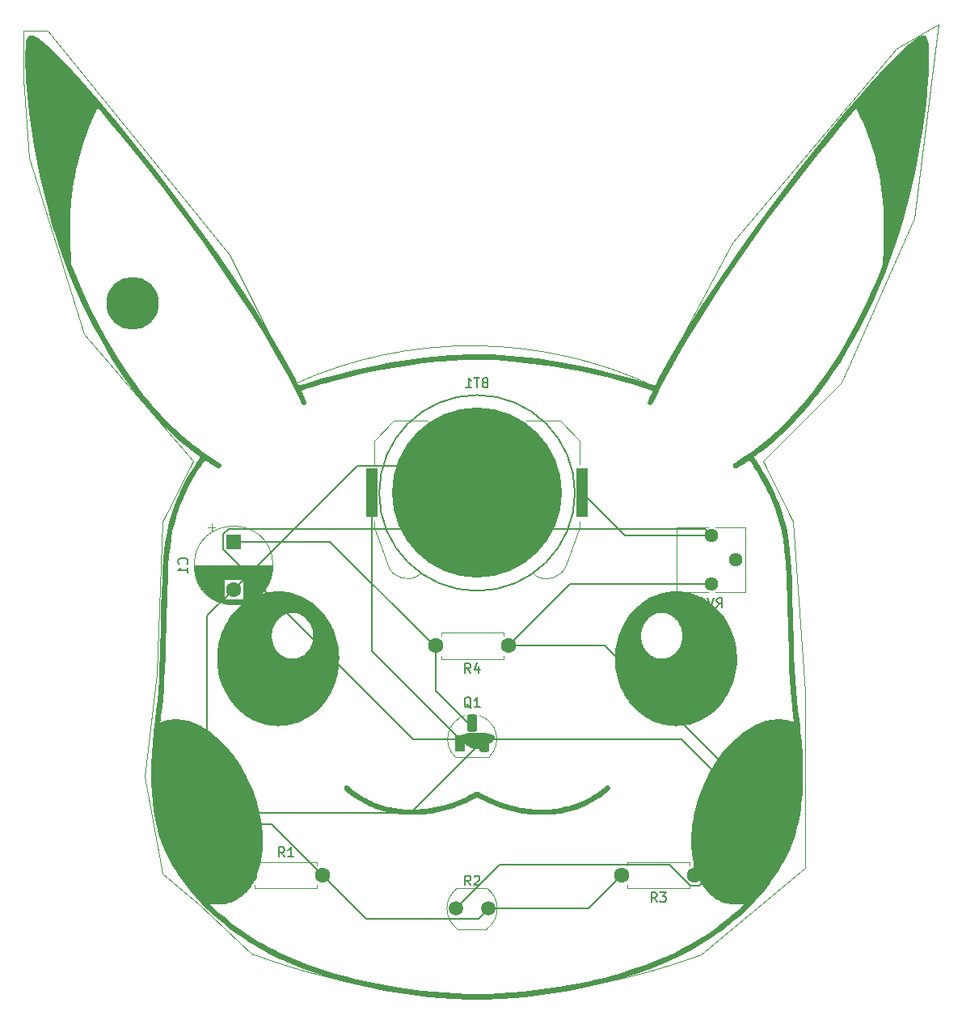
<source format=gbr>
%TF.GenerationSoftware,KiCad,Pcbnew,9.0.2*%
%TF.CreationDate,2025-06-24T14:14:48+03:00*%
%TF.ProjectId,PikaGlow,50696b61-476c-46f7-972e-6b696361645f,rev?*%
%TF.SameCoordinates,Original*%
%TF.FileFunction,Copper,L1,Top*%
%TF.FilePolarity,Positive*%
%FSLAX46Y46*%
G04 Gerber Fmt 4.6, Leading zero omitted, Abs format (unit mm)*
G04 Created by KiCad (PCBNEW 9.0.2) date 2025-06-24 14:14:48*
%MOMM*%
%LPD*%
G01*
G04 APERTURE LIST*
G04 Aperture macros list*
%AMRoundRect*
0 Rectangle with rounded corners*
0 $1 Rounding radius*
0 $2 $3 $4 $5 $6 $7 $8 $9 X,Y pos of 4 corners*
0 Add a 4 corners polygon primitive as box body*
4,1,4,$2,$3,$4,$5,$6,$7,$8,$9,$2,$3,0*
0 Add four circle primitives for the rounded corners*
1,1,$1+$1,$2,$3*
1,1,$1+$1,$4,$5*
1,1,$1+$1,$6,$7*
1,1,$1+$1,$8,$9*
0 Add four rect primitives between the rounded corners*
20,1,$1+$1,$2,$3,$4,$5,0*
20,1,$1+$1,$4,$5,$6,$7,0*
20,1,$1+$1,$6,$7,$8,$9,0*
20,1,$1+$1,$8,$9,$2,$3,0*%
G04 Aperture macros list end*
%TA.AperFunction,ComponentPad*%
%ADD10C,1.600000*%
%TD*%
%TA.AperFunction,ComponentPad*%
%ADD11R,1.800000X1.800000*%
%TD*%
%TA.AperFunction,ComponentPad*%
%ADD12C,1.800000*%
%TD*%
%TA.AperFunction,ComponentPad*%
%ADD13R,1.100000X1.800000*%
%TD*%
%TA.AperFunction,ComponentPad*%
%ADD14RoundRect,0.275000X-0.275000X-0.625000X0.275000X-0.625000X0.275000X0.625000X-0.275000X0.625000X0*%
%TD*%
%TA.AperFunction,ComponentPad*%
%ADD15C,1.500000*%
%TD*%
%TA.AperFunction,ComponentPad*%
%ADD16C,1.440000*%
%TD*%
%TA.AperFunction,ComponentPad*%
%ADD17RoundRect,0.250000X-0.550000X0.550000X-0.550000X-0.550000X0.550000X-0.550000X0.550000X0.550000X0*%
%TD*%
%TA.AperFunction,ViaPad*%
%ADD18C,5.500000*%
%TD*%
%TA.AperFunction,Conductor*%
%ADD19C,0.200000*%
%TD*%
%TA.AperFunction,SMDPad,CuDef*%
%ADD20R,1.270000X5.080000*%
%TD*%
%TA.AperFunction,SMDPad,CuDef*%
%ADD21C,17.800000*%
%TD*%
%ADD22C,1.600000*%
%ADD23R,1.800000X1.800000*%
%ADD24C,1.800000*%
%ADD25R,1.100000X1.800000*%
%ADD26RoundRect,0.275000X-0.275000X-0.625000X0.275000X-0.625000X0.275000X0.625000X-0.275000X0.625000X0*%
%ADD27C,1.500000*%
%ADD28C,1.440000*%
%ADD29R,1.270000X5.080000*%
%ADD30C,17.800000*%
%ADD31RoundRect,0.250000X-0.550000X0.550000X-0.550000X-0.550000X0.550000X-0.550000X0.550000X0.550000X0*%
%ADD32C,0.150000*%
%ADD33C,0.120000*%
%ADD34C,0.000000*%
%TA.AperFunction,Profile*%
%ADD35C,0.050000*%
%TD*%
G04 APERTURE END LIST*
D10*
%TO.P,R4,1*%
%TO.N,Net-(R2-Pad1)*%
X141651000Y-139341000D03*
%TO.P,R4,2*%
%TO.N,Net-(Q1-B)*%
X134031000Y-139341000D03*
%TD*%
%TO.P,R3,1*%
%TO.N,Net-(D2-K)*%
X161151000Y-163341000D03*
%TO.P,R3,2*%
%TO.N,Net-(BT1--)*%
X153531000Y-163341000D03*
%TD*%
D11*
%TO.P,D1,1,K*%
%TO.N,Net-(D1-K)*%
X108725000Y-156841000D03*
D12*
%TO.P,D1,2,A*%
%TO.N,Net-(D1-A)*%
X111265000Y-156841000D03*
%TD*%
D10*
%TO.P,R1,1*%
%TO.N,Net-(D1-K)*%
X114531000Y-163341000D03*
%TO.P,R1,2*%
%TO.N,Net-(BT1--)*%
X122151000Y-163341000D03*
%TD*%
D13*
%TO.P,Q1,1,C*%
%TO.N,Net-(BT1-+)*%
X136571000Y-149511000D03*
D14*
%TO.P,Q1,2,B*%
%TO.N,Net-(Q1-B)*%
X137841000Y-147441000D03*
%TO.P,Q1,3,E*%
%TO.N,Net-(D1-A)*%
X139111000Y-149511000D03*
%TD*%
D11*
%TO.P,D2,1,K*%
%TO.N,Net-(D2-K)*%
X164960000Y-156841000D03*
D12*
%TO.P,D2,2,A*%
%TO.N,Net-(D1-A)*%
X167500000Y-156841000D03*
%TD*%
D15*
%TO.P,R2,1*%
%TO.N,Net-(R2-Pad1)*%
X136141000Y-166841000D03*
%TO.P,R2,2*%
%TO.N,Net-(BT1--)*%
X139541000Y-166841000D03*
%TD*%
D16*
%TO.P,RV1,1,1*%
%TO.N,Net-(BT1-+)*%
X162901000Y-127801000D03*
%TO.P,RV1,2,2*%
%TO.N,unconnected-(RV1-Pad2)*%
X165441000Y-130341000D03*
%TO.P,RV1,3,3*%
%TO.N,Net-(R2-Pad1)*%
X162901000Y-132881000D03*
%TD*%
D17*
%TO.P,C1,1*%
%TO.N,Net-(Q1-B)*%
X112841000Y-128438349D03*
D10*
%TO.P,C1,2*%
%TO.N,Net-(BT1--)*%
X112841000Y-133438349D03*
%TD*%
D18*
%TO.N,*%
X102235000Y-103505000D03*
%TD*%
D19*
%TO.N,Net-(BT1-+)*%
X131627491Y-149111000D02*
X136571000Y-149111000D01*
X111740000Y-127653189D02*
X111740000Y-129223509D01*
X112312188Y-127081001D02*
X111740000Y-127653189D01*
X162901000Y-127801000D02*
X162181001Y-127081001D01*
X111740000Y-129223509D02*
X131627491Y-149111000D01*
X162181001Y-127081001D02*
X112312188Y-127081001D01*
%TO.N,Net-(BT1--)*%
X139541000Y-166841000D02*
X138490000Y-167892000D01*
X110064000Y-136215349D02*
X112841000Y-133438349D01*
X126702000Y-167892000D02*
X122151000Y-163341000D01*
X138490000Y-167892000D02*
X126702000Y-167892000D01*
X139541000Y-166841000D02*
X150031000Y-166841000D01*
X110064000Y-157338471D02*
X110064000Y-136215349D01*
X110767529Y-158042000D02*
X110064000Y-157338471D01*
X150031000Y-166841000D02*
X153531000Y-163341000D01*
X122151000Y-163341000D02*
X116852000Y-158042000D01*
X116852000Y-158042000D02*
X110767529Y-158042000D01*
%TO.N,Net-(Q1-B)*%
X134031000Y-144031000D02*
X134031000Y-139341000D01*
X122938349Y-128438349D02*
X112841000Y-128438349D01*
X134031000Y-139341000D02*
X133841000Y-139341000D01*
X133841000Y-139341000D02*
X122938349Y-128438349D01*
X137841000Y-147841000D02*
X134031000Y-144031000D01*
%TO.N,Net-(D1-K)*%
X108725000Y-157535000D02*
X108725000Y-156841000D01*
X114531000Y-163341000D02*
X108725000Y-157535000D01*
%TO.N,Net-(D1-A)*%
X139111000Y-149111000D02*
X131381000Y-156841000D01*
X167500000Y-156841000D02*
X159770000Y-149111000D01*
X131381000Y-156841000D02*
X111265000Y-156841000D01*
X159770000Y-149111000D02*
X139111000Y-149111000D01*
%TO.N,Net-(D2-K)*%
X161151000Y-163341000D02*
X161151000Y-160650000D01*
X161151000Y-160650000D02*
X164960000Y-156841000D01*
%TO.N,Net-(R2-Pad1)*%
X140742000Y-162240000D02*
X136141000Y-166841000D01*
X140742000Y-162240000D02*
X158492950Y-162240000D01*
X160694950Y-164442000D02*
X161607050Y-164442000D01*
X162901000Y-132881000D02*
X148111000Y-132881000D01*
X158492950Y-162240000D02*
X160694950Y-164442000D01*
X168701000Y-156343529D02*
X151698471Y-139341000D01*
X168701000Y-157348050D02*
X168701000Y-156343529D01*
X148111000Y-132881000D02*
X141651000Y-139341000D01*
X151698471Y-139341000D02*
X141651000Y-139341000D01*
X161607050Y-164442000D02*
X168701000Y-157348050D01*
%TD*%
D10*
%TO.P,R4,1*%
%TO.N,Net-(R2-Pad1)*%
X141651000Y-139341000D03*
%TO.P,R4,2*%
%TO.N,Net-(Q1-B)*%
X134031000Y-139341000D03*
%TD*%
%TO.P,R3,1*%
%TO.N,Net-(D2-K)*%
X161151000Y-163341000D03*
%TO.P,R3,2*%
%TO.N,Net-(BT1--)*%
X153531000Y-163341000D03*
%TD*%
D11*
%TO.P,D1,1,K*%
%TO.N,Net-(D1-K)*%
X108725000Y-156841000D03*
D12*
%TO.P,D1,2,A*%
%TO.N,Net-(D1-A)*%
X111265000Y-156841000D03*
%TD*%
D10*
%TO.P,R1,1*%
%TO.N,Net-(D1-K)*%
X114531000Y-163341000D03*
%TO.P,R1,2*%
%TO.N,Net-(BT1--)*%
X122151000Y-163341000D03*
%TD*%
D13*
%TO.P,Q1,1,C*%
%TO.N,Net-(BT1-+)*%
X136571000Y-149511000D03*
D14*
%TO.P,Q1,2,B*%
%TO.N,Net-(Q1-B)*%
X137841000Y-147441000D03*
%TO.P,Q1,3,E*%
%TO.N,Net-(D1-A)*%
X139111000Y-149511000D03*
%TD*%
D11*
%TO.P,D2,1,K*%
%TO.N,Net-(D2-K)*%
X164960000Y-156841000D03*
D12*
%TO.P,D2,2,A*%
%TO.N,Net-(D1-A)*%
X167500000Y-156841000D03*
%TD*%
D15*
%TO.P,R2,1*%
%TO.N,Net-(R2-Pad1)*%
X136141000Y-166841000D03*
%TO.P,R2,2*%
%TO.N,Net-(BT1--)*%
X139541000Y-166841000D03*
%TD*%
D16*
%TO.P,RV1,1,1*%
%TO.N,Net-(BT1-+)*%
X162901000Y-127801000D03*
%TO.P,RV1,2,2*%
%TO.N,unconnected-(RV1-Pad2)*%
X165441000Y-130341000D03*
%TO.P,RV1,3,3*%
%TO.N,Net-(R2-Pad1)*%
X162901000Y-132881000D03*
%TD*%
D20*
%TO.P,BT1,1,+*%
%TO.N,Net-(BT1-+)*%
X149326000Y-123341000D03*
X127356000Y-123341000D03*
D21*
%TO.P,BT1,2,-*%
%TO.N,Net-(BT1--)*%
X138341000Y-123341000D03*
%TD*%
D17*
%TO.P,C1,1*%
%TO.N,Net-(Q1-B)*%
X112841000Y-128438349D03*
D10*
%TO.P,C1,2*%
%TO.N,Net-(BT1--)*%
X112841000Y-133438349D03*
%TD*%
D18*
%TO.N,*%
X102235000Y-103505000D03*
%TD*%
D19*
%TO.N,Net-(BT1-+)*%
X162901000Y-127801000D02*
X153786000Y-127801000D01*
X153786000Y-127801000D02*
X149326000Y-123341000D01*
X127356000Y-139896000D02*
X136571000Y-149111000D01*
X127356000Y-123341000D02*
X127356000Y-139896000D01*
%TO.N,Net-(BT1--)*%
X138341000Y-123341000D02*
X135500000Y-120500000D01*
X135500000Y-120500000D02*
X125779349Y-120500000D01*
X125779349Y-120500000D02*
X112841000Y-133438349D01*
%TD*%
D22*
%TO.C,R4*%
X141651000Y-139341000D03*
X134031000Y-139341000D03*
%TD*%
%TO.C,R3*%
X161151000Y-163341000D03*
X153531000Y-163341000D03*
%TD*%
D23*
%TO.C,D1*%
X108725000Y-156841000D03*
D24*
X111265000Y-156841000D03*
%TD*%
D22*
%TO.C,R1*%
X114531000Y-163341000D03*
X122151000Y-163341000D03*
%TD*%
D25*
%TO.C,Q1*%
X136571000Y-149511000D03*
D26*
X137841000Y-147441000D03*
X139111000Y-149511000D03*
%TD*%
D23*
%TO.C,D2*%
X164960000Y-156841000D03*
D24*
X167500000Y-156841000D03*
%TD*%
D27*
%TO.C,R2*%
X136141000Y-166841000D03*
X139541000Y-166841000D03*
%TD*%
D28*
%TO.C,RV1*%
X162901000Y-127801000D03*
X165441000Y-130341000D03*
X162901000Y-132881000D03*
%TD*%
D29*
%TO.C,BT1*%
X149326000Y-123341000D03*
X127356000Y-123341000D03*
D30*
X138341000Y-123341000D03*
%TD*%
D31*
%TO.C,C1*%
X112841000Y-128438349D03*
D22*
X112841000Y-133438349D03*
%TD*%
D32*
X163436238Y-135345819D02*
X163769571Y-134869628D01*
X164007666Y-135345819D02*
X164007666Y-134345819D01*
X164007666Y-134345819D02*
X163626714Y-134345819D01*
X163626714Y-134345819D02*
X163531476Y-134393438D01*
X163531476Y-134393438D02*
X163483857Y-134441057D01*
X163483857Y-134441057D02*
X163436238Y-134536295D01*
X163436238Y-134536295D02*
X163436238Y-134679152D01*
X163436238Y-134679152D02*
X163483857Y-134774390D01*
X163483857Y-134774390D02*
X163531476Y-134822009D01*
X163531476Y-134822009D02*
X163626714Y-134869628D01*
X163626714Y-134869628D02*
X164007666Y-134869628D01*
X163150523Y-134345819D02*
X162817190Y-135345819D01*
X162817190Y-135345819D02*
X162483857Y-134345819D01*
X161626714Y-135345819D02*
X162198142Y-135345819D01*
X161912428Y-135345819D02*
X161912428Y-134345819D01*
X161912428Y-134345819D02*
X162007666Y-134488676D01*
X162007666Y-134488676D02*
X162102904Y-134583914D01*
X162102904Y-134583914D02*
X162198142Y-134631533D01*
X139126714Y-111772009D02*
X138983857Y-111819628D01*
X138983857Y-111819628D02*
X138936238Y-111867247D01*
X138936238Y-111867247D02*
X138888619Y-111962485D01*
X138888619Y-111962485D02*
X138888619Y-112105342D01*
X138888619Y-112105342D02*
X138936238Y-112200580D01*
X138936238Y-112200580D02*
X138983857Y-112248200D01*
X138983857Y-112248200D02*
X139079095Y-112295819D01*
X139079095Y-112295819D02*
X139460047Y-112295819D01*
X139460047Y-112295819D02*
X139460047Y-111295819D01*
X139460047Y-111295819D02*
X139126714Y-111295819D01*
X139126714Y-111295819D02*
X139031476Y-111343438D01*
X139031476Y-111343438D02*
X138983857Y-111391057D01*
X138983857Y-111391057D02*
X138936238Y-111486295D01*
X138936238Y-111486295D02*
X138936238Y-111581533D01*
X138936238Y-111581533D02*
X138983857Y-111676771D01*
X138983857Y-111676771D02*
X139031476Y-111724390D01*
X139031476Y-111724390D02*
X139126714Y-111772009D01*
X139126714Y-111772009D02*
X139460047Y-111772009D01*
X138602904Y-111295819D02*
X138031476Y-111295819D01*
X138317190Y-112295819D02*
X138317190Y-111295819D01*
X137174333Y-112295819D02*
X137745761Y-112295819D01*
X137460047Y-112295819D02*
X137460047Y-111295819D01*
X137460047Y-111295819D02*
X137555285Y-111438676D01*
X137555285Y-111438676D02*
X137650523Y-111533914D01*
X137650523Y-111533914D02*
X137745761Y-111581533D01*
X107950580Y-130771682D02*
X107998200Y-130724063D01*
X107998200Y-130724063D02*
X108045819Y-130581206D01*
X108045819Y-130581206D02*
X108045819Y-130485968D01*
X108045819Y-130485968D02*
X107998200Y-130343111D01*
X107998200Y-130343111D02*
X107902961Y-130247873D01*
X107902961Y-130247873D02*
X107807723Y-130200254D01*
X107807723Y-130200254D02*
X107617247Y-130152635D01*
X107617247Y-130152635D02*
X107474390Y-130152635D01*
X107474390Y-130152635D02*
X107283914Y-130200254D01*
X107283914Y-130200254D02*
X107188676Y-130247873D01*
X107188676Y-130247873D02*
X107093438Y-130343111D01*
X107093438Y-130343111D02*
X107045819Y-130485968D01*
X107045819Y-130485968D02*
X107045819Y-130581206D01*
X107045819Y-130581206D02*
X107093438Y-130724063D01*
X107093438Y-130724063D02*
X107141057Y-130771682D01*
X108045819Y-131724063D02*
X108045819Y-131152635D01*
X108045819Y-131438349D02*
X107045819Y-131438349D01*
X107045819Y-131438349D02*
X107188676Y-131343111D01*
X107188676Y-131343111D02*
X107283914Y-131247873D01*
X107283914Y-131247873D02*
X107331533Y-131152635D01*
D33*
%TO.C,RV1*%
X159231000Y-126931000D02*
X162519000Y-126931000D01*
X159231000Y-133751000D02*
X159231000Y-126931000D01*
X159231000Y-133751000D02*
X162519000Y-133751000D01*
X163283000Y-126931000D02*
X166451000Y-126931000D01*
X163283000Y-133751000D02*
X166451000Y-133751000D01*
X166451000Y-133751000D02*
X166451000Y-126931000D01*
%TO.C,BT1*%
X127561000Y-117881000D02*
X127561000Y-120341000D01*
X127561000Y-126341000D02*
X127561000Y-126971000D01*
X127561000Y-126971000D02*
X129001000Y-130921000D01*
X129641000Y-115801000D02*
X127561000Y-117881000D01*
X129641000Y-115801000D02*
X133141000Y-115801000D01*
X143541000Y-115801000D02*
X147041000Y-115801000D01*
X147041000Y-115801000D02*
X149121000Y-117881000D01*
X149121000Y-117881000D02*
X149121000Y-120341000D01*
X149121000Y-126341000D02*
X149121000Y-126971000D01*
X149121000Y-126971000D02*
X147681000Y-130921000D01*
X132341000Y-131891000D02*
G75*
G02*
X129015757Y-130929169I-1310000J1700000D01*
G01*
X147681000Y-130921000D02*
G75*
G02*
X144344354Y-131907530I-2030000J730001D01*
G01*
%TO.C,C1*%
X108761000Y-130938349D02*
X116921000Y-130938349D01*
X108761000Y-130978349D02*
X116921000Y-130978349D01*
X108762000Y-131018349D02*
X116920000Y-131018349D01*
X108763000Y-131058349D02*
X116919000Y-131058349D01*
X108764000Y-131098349D02*
X116918000Y-131098349D01*
X108766000Y-131138349D02*
X116916000Y-131138349D01*
X108768000Y-131178349D02*
X116914000Y-131178349D01*
X108771000Y-131218349D02*
X116911000Y-131218349D01*
X108773000Y-131258349D02*
X116909000Y-131258349D01*
X108777000Y-131298349D02*
X116905000Y-131298349D01*
X108780000Y-131338349D02*
X116902000Y-131338349D01*
X108785000Y-131378349D02*
X116897000Y-131378349D01*
X108789000Y-131418349D02*
X116893000Y-131418349D01*
X108794000Y-131458349D02*
X116888000Y-131458349D01*
X108799000Y-131498349D02*
X116883000Y-131498349D01*
X108805000Y-131538349D02*
X116877000Y-131538349D01*
X108811000Y-131578349D02*
X116871000Y-131578349D01*
X108818000Y-131618349D02*
X116864000Y-131618349D01*
X108824000Y-131658349D02*
X116858000Y-131658349D01*
X108832000Y-131698349D02*
X116850000Y-131698349D01*
X108839000Y-131738349D02*
X116843000Y-131738349D01*
X108848000Y-131778349D02*
X116834000Y-131778349D01*
X108856000Y-131818349D02*
X116826000Y-131818349D01*
X108865000Y-131858349D02*
X116817000Y-131858349D01*
X108874000Y-131898349D02*
X116808000Y-131898349D01*
X108884000Y-131938349D02*
X116798000Y-131938349D01*
X108894000Y-131978349D02*
X116788000Y-131978349D01*
X108905000Y-132018349D02*
X116777000Y-132018349D01*
X108916000Y-132058349D02*
X116766000Y-132058349D01*
X108928000Y-132098349D02*
X116754000Y-132098349D01*
X108940000Y-132138349D02*
X116742000Y-132138349D01*
X108952000Y-132178349D02*
X116730000Y-132178349D01*
X108965000Y-132218349D02*
X116717000Y-132218349D01*
X108978000Y-132258349D02*
X116704000Y-132258349D01*
X108992000Y-132298349D02*
X116690000Y-132298349D01*
X109006000Y-132338349D02*
X116676000Y-132338349D01*
X109021000Y-132378349D02*
X116661000Y-132378349D01*
X109036000Y-132418349D02*
X111801000Y-132418349D01*
X109052000Y-132458349D02*
X111801000Y-132458349D01*
X109068000Y-132498349D02*
X111801000Y-132498349D01*
X109084000Y-132538349D02*
X111801000Y-132538349D01*
X109101000Y-132578349D02*
X111801000Y-132578349D01*
X109119000Y-132618349D02*
X111801000Y-132618349D01*
X109137000Y-132658349D02*
X111801000Y-132658349D01*
X109156000Y-132698349D02*
X111801000Y-132698349D01*
X109175000Y-132738349D02*
X111801000Y-132738349D01*
X109195000Y-132778349D02*
X111801000Y-132778349D01*
X109215000Y-132818349D02*
X111801000Y-132818349D01*
X109236000Y-132858349D02*
X111801000Y-132858349D01*
X109257000Y-132898349D02*
X111801000Y-132898349D01*
X109279000Y-132938349D02*
X111801000Y-132938349D01*
X109302000Y-132978349D02*
X111801000Y-132978349D01*
X109325000Y-133018349D02*
X111801000Y-133018349D01*
X109348000Y-133058349D02*
X111801000Y-133058349D01*
X109373000Y-133098349D02*
X111801000Y-133098349D01*
X109398000Y-133138349D02*
X111801000Y-133138349D01*
X109423000Y-133178349D02*
X111801000Y-133178349D01*
X109449000Y-133218349D02*
X111801000Y-133218349D01*
X109476000Y-133258349D02*
X111801000Y-133258349D01*
X109504000Y-133298349D02*
X111801000Y-133298349D01*
X109532000Y-133338349D02*
X111801000Y-133338349D01*
X109561000Y-133378349D02*
X111801000Y-133378349D01*
X109591000Y-133418349D02*
X111801000Y-133418349D01*
X109622000Y-133458349D02*
X111801000Y-133458349D01*
X109653000Y-133498349D02*
X111801000Y-133498349D01*
X109685000Y-133538349D02*
X111801000Y-133538349D01*
X109718000Y-133578349D02*
X111801000Y-133578349D01*
X109752000Y-133618349D02*
X111801000Y-133618349D01*
X109786000Y-133658349D02*
X111801000Y-133658349D01*
X109822000Y-133698349D02*
X111801000Y-133698349D01*
X109859000Y-133738349D02*
X111801000Y-133738349D01*
X109896000Y-133778349D02*
X111801000Y-133778349D01*
X109935000Y-133818349D02*
X111801000Y-133818349D01*
X109974000Y-133858349D02*
X111801000Y-133858349D01*
X110015000Y-133898349D02*
X111801000Y-133898349D01*
X110057000Y-133938349D02*
X111801000Y-133938349D01*
X110100000Y-133978349D02*
X111801000Y-133978349D01*
X110126000Y-126928651D02*
X110926000Y-126928651D01*
X110145000Y-134018349D02*
X111801000Y-134018349D01*
X110190000Y-134058349D02*
X111801000Y-134058349D01*
X110237000Y-134098349D02*
X111801000Y-134098349D01*
X110286000Y-134138349D02*
X111801000Y-134138349D01*
X110336000Y-134178349D02*
X111801000Y-134178349D01*
X110388000Y-134218349D02*
X111801000Y-134218349D01*
X110441000Y-134258349D02*
X111801000Y-134258349D01*
X110497000Y-134298349D02*
X111801000Y-134298349D01*
X110526000Y-126528651D02*
X110526000Y-127328651D01*
X110554000Y-134338349D02*
X111801000Y-134338349D01*
X110614000Y-134378349D02*
X111801000Y-134378349D01*
X110676000Y-134418349D02*
X111801000Y-134418349D01*
X110740000Y-134458349D02*
X111801000Y-134458349D01*
X110807000Y-134498349D02*
X114875000Y-134498349D01*
X110877000Y-134538349D02*
X114805000Y-134538349D01*
X110951000Y-134578349D02*
X114731000Y-134578349D01*
X111028000Y-134618349D02*
X114654000Y-134618349D01*
X111110000Y-134658349D02*
X114572000Y-134658349D01*
X111197000Y-134698349D02*
X114485000Y-134698349D01*
X111289000Y-134738349D02*
X114393000Y-134738349D01*
X111388000Y-134778349D02*
X114294000Y-134778349D01*
X111495000Y-134818349D02*
X114187000Y-134818349D01*
X111613000Y-134858349D02*
X114069000Y-134858349D01*
X111744000Y-134898349D02*
X113938000Y-134898349D01*
X111894000Y-134938349D02*
X113788000Y-134938349D01*
X112073000Y-134978349D02*
X113609000Y-134978349D01*
X112308000Y-135018349D02*
X113374000Y-135018349D01*
X113881000Y-132418349D02*
X116646000Y-132418349D01*
X113881000Y-132458349D02*
X116630000Y-132458349D01*
X113881000Y-132498349D02*
X116614000Y-132498349D01*
X113881000Y-132538349D02*
X116598000Y-132538349D01*
X113881000Y-132578349D02*
X116581000Y-132578349D01*
X113881000Y-132618349D02*
X116563000Y-132618349D01*
X113881000Y-132658349D02*
X116545000Y-132658349D01*
X113881000Y-132698349D02*
X116526000Y-132698349D01*
X113881000Y-132738349D02*
X116507000Y-132738349D01*
X113881000Y-132778349D02*
X116487000Y-132778349D01*
X113881000Y-132818349D02*
X116467000Y-132818349D01*
X113881000Y-132858349D02*
X116446000Y-132858349D01*
X113881000Y-132898349D02*
X116425000Y-132898349D01*
X113881000Y-132938349D02*
X116403000Y-132938349D01*
X113881000Y-132978349D02*
X116380000Y-132978349D01*
X113881000Y-133018349D02*
X116357000Y-133018349D01*
X113881000Y-133058349D02*
X116334000Y-133058349D01*
X113881000Y-133098349D02*
X116309000Y-133098349D01*
X113881000Y-133138349D02*
X116284000Y-133138349D01*
X113881000Y-133178349D02*
X116259000Y-133178349D01*
X113881000Y-133218349D02*
X116233000Y-133218349D01*
X113881000Y-133258349D02*
X116206000Y-133258349D01*
X113881000Y-133298349D02*
X116178000Y-133298349D01*
X113881000Y-133338349D02*
X116150000Y-133338349D01*
X113881000Y-133378349D02*
X116121000Y-133378349D01*
X113881000Y-133418349D02*
X116091000Y-133418349D01*
X113881000Y-133458349D02*
X116060000Y-133458349D01*
X113881000Y-133498349D02*
X116029000Y-133498349D01*
X113881000Y-133538349D02*
X115997000Y-133538349D01*
X113881000Y-133578349D02*
X115964000Y-133578349D01*
X113881000Y-133618349D02*
X115930000Y-133618349D01*
X113881000Y-133658349D02*
X115896000Y-133658349D01*
X113881000Y-133698349D02*
X115860000Y-133698349D01*
X113881000Y-133738349D02*
X115823000Y-133738349D01*
X113881000Y-133778349D02*
X115786000Y-133778349D01*
X113881000Y-133818349D02*
X115747000Y-133818349D01*
X113881000Y-133858349D02*
X115708000Y-133858349D01*
X113881000Y-133898349D02*
X115667000Y-133898349D01*
X113881000Y-133938349D02*
X115625000Y-133938349D01*
X113881000Y-133978349D02*
X115582000Y-133978349D01*
X113881000Y-134018349D02*
X115537000Y-134018349D01*
X113881000Y-134058349D02*
X115492000Y-134058349D01*
X113881000Y-134098349D02*
X115445000Y-134098349D01*
X113881000Y-134138349D02*
X115396000Y-134138349D01*
X113881000Y-134178349D02*
X115346000Y-134178349D01*
X113881000Y-134218349D02*
X115294000Y-134218349D01*
X113881000Y-134258349D02*
X115241000Y-134258349D01*
X113881000Y-134298349D02*
X115185000Y-134298349D01*
X113881000Y-134338349D02*
X115128000Y-134338349D01*
X113881000Y-134378349D02*
X115068000Y-134378349D01*
X113881000Y-134418349D02*
X115006000Y-134418349D01*
X113881000Y-134458349D02*
X114942000Y-134458349D01*
X116961000Y-130938349D02*
G75*
G02*
X108721000Y-130938349I-4120000J0D01*
G01*
X108721000Y-130938349D02*
G75*
G02*
X116961000Y-130938349I4120000J0D01*
G01*
%TD*%
D22*
%TO.C,R4*%
X141651000Y-139341000D03*
X134031000Y-139341000D03*
%TD*%
%TO.C,R3*%
X161151000Y-163341000D03*
X153531000Y-163341000D03*
%TD*%
D23*
%TO.C,D1*%
X108725000Y-156841000D03*
D24*
X111265000Y-156841000D03*
%TD*%
D22*
%TO.C,R1*%
X114531000Y-163341000D03*
X122151000Y-163341000D03*
%TD*%
D25*
%TO.C,Q1*%
X136571000Y-149511000D03*
D26*
X137841000Y-147441000D03*
X139111000Y-149511000D03*
%TD*%
D23*
%TO.C,D2*%
X164960000Y-156841000D03*
D24*
X167500000Y-156841000D03*
%TD*%
D27*
%TO.C,R2*%
X136141000Y-166841000D03*
X139541000Y-166841000D03*
%TD*%
D28*
%TO.C,RV1*%
X162901000Y-127801000D03*
X165441000Y-130341000D03*
X162901000Y-132881000D03*
%TD*%
D31*
%TO.C,C1*%
X112841000Y-128438349D03*
D22*
X112841000Y-133438349D03*
%TD*%
D32*
X137674333Y-142165819D02*
X137341000Y-141689628D01*
X137102905Y-142165819D02*
X137102905Y-141165819D01*
X137102905Y-141165819D02*
X137483857Y-141165819D01*
X137483857Y-141165819D02*
X137579095Y-141213438D01*
X137579095Y-141213438D02*
X137626714Y-141261057D01*
X137626714Y-141261057D02*
X137674333Y-141356295D01*
X137674333Y-141356295D02*
X137674333Y-141499152D01*
X137674333Y-141499152D02*
X137626714Y-141594390D01*
X137626714Y-141594390D02*
X137579095Y-141642009D01*
X137579095Y-141642009D02*
X137483857Y-141689628D01*
X137483857Y-141689628D02*
X137102905Y-141689628D01*
X138531476Y-141499152D02*
X138531476Y-142165819D01*
X138293381Y-141118200D02*
X138055286Y-141832485D01*
X138055286Y-141832485D02*
X138674333Y-141832485D01*
X157174333Y-166165819D02*
X156841000Y-165689628D01*
X156602905Y-166165819D02*
X156602905Y-165165819D01*
X156602905Y-165165819D02*
X156983857Y-165165819D01*
X156983857Y-165165819D02*
X157079095Y-165213438D01*
X157079095Y-165213438D02*
X157126714Y-165261057D01*
X157126714Y-165261057D02*
X157174333Y-165356295D01*
X157174333Y-165356295D02*
X157174333Y-165499152D01*
X157174333Y-165499152D02*
X157126714Y-165594390D01*
X157126714Y-165594390D02*
X157079095Y-165642009D01*
X157079095Y-165642009D02*
X156983857Y-165689628D01*
X156983857Y-165689628D02*
X156602905Y-165689628D01*
X157507667Y-165165819D02*
X158126714Y-165165819D01*
X158126714Y-165165819D02*
X157793381Y-165546771D01*
X157793381Y-165546771D02*
X157936238Y-165546771D01*
X157936238Y-165546771D02*
X158031476Y-165594390D01*
X158031476Y-165594390D02*
X158079095Y-165642009D01*
X158079095Y-165642009D02*
X158126714Y-165737247D01*
X158126714Y-165737247D02*
X158126714Y-165975342D01*
X158126714Y-165975342D02*
X158079095Y-166070580D01*
X158079095Y-166070580D02*
X158031476Y-166118200D01*
X158031476Y-166118200D02*
X157936238Y-166165819D01*
X157936238Y-166165819D02*
X157650524Y-166165819D01*
X157650524Y-166165819D02*
X157555286Y-166118200D01*
X157555286Y-166118200D02*
X157507667Y-166070580D01*
X109256905Y-153335819D02*
X109256905Y-152335819D01*
X109256905Y-152335819D02*
X109495000Y-152335819D01*
X109495000Y-152335819D02*
X109637857Y-152383438D01*
X109637857Y-152383438D02*
X109733095Y-152478676D01*
X109733095Y-152478676D02*
X109780714Y-152573914D01*
X109780714Y-152573914D02*
X109828333Y-152764390D01*
X109828333Y-152764390D02*
X109828333Y-152907247D01*
X109828333Y-152907247D02*
X109780714Y-153097723D01*
X109780714Y-153097723D02*
X109733095Y-153192961D01*
X109733095Y-153192961D02*
X109637857Y-153288200D01*
X109637857Y-153288200D02*
X109495000Y-153335819D01*
X109495000Y-153335819D02*
X109256905Y-153335819D01*
X110780714Y-153335819D02*
X110209286Y-153335819D01*
X110495000Y-153335819D02*
X110495000Y-152335819D01*
X110495000Y-152335819D02*
X110399762Y-152478676D01*
X110399762Y-152478676D02*
X110304524Y-152573914D01*
X110304524Y-152573914D02*
X110209286Y-152621533D01*
X118174333Y-161425819D02*
X117841000Y-160949628D01*
X117602905Y-161425819D02*
X117602905Y-160425819D01*
X117602905Y-160425819D02*
X117983857Y-160425819D01*
X117983857Y-160425819D02*
X118079095Y-160473438D01*
X118079095Y-160473438D02*
X118126714Y-160521057D01*
X118126714Y-160521057D02*
X118174333Y-160616295D01*
X118174333Y-160616295D02*
X118174333Y-160759152D01*
X118174333Y-160759152D02*
X118126714Y-160854390D01*
X118126714Y-160854390D02*
X118079095Y-160902009D01*
X118079095Y-160902009D02*
X117983857Y-160949628D01*
X117983857Y-160949628D02*
X117602905Y-160949628D01*
X119126714Y-161425819D02*
X118555286Y-161425819D01*
X118841000Y-161425819D02*
X118841000Y-160425819D01*
X118841000Y-160425819D02*
X118745762Y-160568676D01*
X118745762Y-160568676D02*
X118650524Y-160663914D01*
X118650524Y-160663914D02*
X118555286Y-160711533D01*
X137745761Y-145861057D02*
X137650523Y-145813438D01*
X137650523Y-145813438D02*
X137555285Y-145718200D01*
X137555285Y-145718200D02*
X137412428Y-145575342D01*
X137412428Y-145575342D02*
X137317190Y-145527723D01*
X137317190Y-145527723D02*
X137221952Y-145527723D01*
X137269571Y-145765819D02*
X137174333Y-145718200D01*
X137174333Y-145718200D02*
X137079095Y-145622961D01*
X137079095Y-145622961D02*
X137031476Y-145432485D01*
X137031476Y-145432485D02*
X137031476Y-145099152D01*
X137031476Y-145099152D02*
X137079095Y-144908676D01*
X137079095Y-144908676D02*
X137174333Y-144813438D01*
X137174333Y-144813438D02*
X137269571Y-144765819D01*
X137269571Y-144765819D02*
X137460047Y-144765819D01*
X137460047Y-144765819D02*
X137555285Y-144813438D01*
X137555285Y-144813438D02*
X137650523Y-144908676D01*
X137650523Y-144908676D02*
X137698142Y-145099152D01*
X137698142Y-145099152D02*
X137698142Y-145432485D01*
X137698142Y-145432485D02*
X137650523Y-145622961D01*
X137650523Y-145622961D02*
X137555285Y-145718200D01*
X137555285Y-145718200D02*
X137460047Y-145765819D01*
X137460047Y-145765819D02*
X137269571Y-145765819D01*
X138650523Y-145765819D02*
X138079095Y-145765819D01*
X138364809Y-145765819D02*
X138364809Y-144765819D01*
X138364809Y-144765819D02*
X138269571Y-144908676D01*
X138269571Y-144908676D02*
X138174333Y-145003914D01*
X138174333Y-145003914D02*
X138079095Y-145051533D01*
X165491905Y-153335819D02*
X165491905Y-152335819D01*
X165491905Y-152335819D02*
X165730000Y-152335819D01*
X165730000Y-152335819D02*
X165872857Y-152383438D01*
X165872857Y-152383438D02*
X165968095Y-152478676D01*
X165968095Y-152478676D02*
X166015714Y-152573914D01*
X166015714Y-152573914D02*
X166063333Y-152764390D01*
X166063333Y-152764390D02*
X166063333Y-152907247D01*
X166063333Y-152907247D02*
X166015714Y-153097723D01*
X166015714Y-153097723D02*
X165968095Y-153192961D01*
X165968095Y-153192961D02*
X165872857Y-153288200D01*
X165872857Y-153288200D02*
X165730000Y-153335819D01*
X165730000Y-153335819D02*
X165491905Y-153335819D01*
X166444286Y-152431057D02*
X166491905Y-152383438D01*
X166491905Y-152383438D02*
X166587143Y-152335819D01*
X166587143Y-152335819D02*
X166825238Y-152335819D01*
X166825238Y-152335819D02*
X166920476Y-152383438D01*
X166920476Y-152383438D02*
X166968095Y-152431057D01*
X166968095Y-152431057D02*
X167015714Y-152526295D01*
X167015714Y-152526295D02*
X167015714Y-152621533D01*
X167015714Y-152621533D02*
X166968095Y-152764390D01*
X166968095Y-152764390D02*
X166396667Y-153335819D01*
X166396667Y-153335819D02*
X167015714Y-153335819D01*
X137674333Y-164395819D02*
X137341000Y-163919628D01*
X137102905Y-164395819D02*
X137102905Y-163395819D01*
X137102905Y-163395819D02*
X137483857Y-163395819D01*
X137483857Y-163395819D02*
X137579095Y-163443438D01*
X137579095Y-163443438D02*
X137626714Y-163491057D01*
X137626714Y-163491057D02*
X137674333Y-163586295D01*
X137674333Y-163586295D02*
X137674333Y-163729152D01*
X137674333Y-163729152D02*
X137626714Y-163824390D01*
X137626714Y-163824390D02*
X137579095Y-163872009D01*
X137579095Y-163872009D02*
X137483857Y-163919628D01*
X137483857Y-163919628D02*
X137102905Y-163919628D01*
X138055286Y-163491057D02*
X138102905Y-163443438D01*
X138102905Y-163443438D02*
X138198143Y-163395819D01*
X138198143Y-163395819D02*
X138436238Y-163395819D01*
X138436238Y-163395819D02*
X138531476Y-163443438D01*
X138531476Y-163443438D02*
X138579095Y-163491057D01*
X138579095Y-163491057D02*
X138626714Y-163586295D01*
X138626714Y-163586295D02*
X138626714Y-163681533D01*
X138626714Y-163681533D02*
X138579095Y-163824390D01*
X138579095Y-163824390D02*
X138007667Y-164395819D01*
X138007667Y-164395819D02*
X138626714Y-164395819D01*
D33*
%TO.C,R4*%
X134571000Y-137971000D02*
X134571000Y-138301000D01*
X134571000Y-140711000D02*
X134571000Y-140381000D01*
X141111000Y-137971000D02*
X134571000Y-137971000D01*
X141111000Y-138301000D02*
X141111000Y-137971000D01*
X141111000Y-140381000D02*
X141111000Y-140711000D01*
X141111000Y-140711000D02*
X134571000Y-140711000D01*
%TO.C,R3*%
X154071000Y-161971000D02*
X154071000Y-162301000D01*
X154071000Y-164711000D02*
X154071000Y-164381000D01*
X160611000Y-161971000D02*
X154071000Y-161971000D01*
X160611000Y-162301000D02*
X160611000Y-161971000D01*
X160611000Y-164381000D02*
X160611000Y-164711000D01*
X160611000Y-164711000D02*
X154071000Y-164711000D01*
%TO.C,D1*%
X107435000Y-155296000D02*
X107435000Y-158386000D01*
X107435000Y-155296170D02*
G75*
G02*
X112985000Y-156841000I2560000J-1544830D01*
G01*
X112985000Y-156841000D02*
G75*
G02*
X107435000Y-158385830I-2990000J0D01*
G01*
X112495000Y-156841000D02*
G75*
G02*
X107495000Y-156841000I-2500000J0D01*
G01*
X107495000Y-156841000D02*
G75*
G02*
X112495000Y-156841000I2500000J0D01*
G01*
%TO.C,R1*%
X115071000Y-161971000D02*
X121611000Y-161971000D01*
X115071000Y-162301000D02*
X115071000Y-161971000D01*
X115071000Y-164381000D02*
X115071000Y-164711000D01*
X115071000Y-164711000D02*
X121611000Y-164711000D01*
X121611000Y-161971000D02*
X121611000Y-162301000D01*
X121611000Y-164711000D02*
X121611000Y-164381000D01*
%TO.C,Q1*%
X136041000Y-150961000D02*
X139641000Y-150961000D01*
X136029547Y-150953156D02*
G75*
G02*
X137021000Y-146661000I1811453J1842156D01*
G01*
X138621000Y-146661000D02*
G75*
G02*
X139649445Y-150938684I-780000J-2450000D01*
G01*
%TO.C,D2*%
X163670000Y-155296000D02*
X163670000Y-158386000D01*
X163670000Y-155296170D02*
G75*
G02*
X169220000Y-156841000I2560000J-1544830D01*
G01*
X169220000Y-156841000D02*
G75*
G02*
X163670000Y-158385830I-2990000J0D01*
G01*
X168730000Y-156841000D02*
G75*
G02*
X163730000Y-156841000I-2500000J0D01*
G01*
X163730000Y-156841000D02*
G75*
G02*
X168730000Y-156841000I2500000J0D01*
G01*
%TO.C,R2*%
X136291000Y-164691000D02*
X139341000Y-164691000D01*
X136291000Y-168991000D02*
X139341000Y-168991000D01*
X136291000Y-168991000D02*
G75*
G02*
X136312766Y-164675475I1550000J2150000D01*
G01*
X139341000Y-164691000D02*
G75*
G02*
X139385513Y-168959249I-1500000J-2150000D01*
G01*
%TD*%
D34*
G36*
X124696213Y-153950422D02*
G01*
X124708202Y-153951948D01*
X124720366Y-153954280D01*
X124732745Y-153957431D01*
X124745378Y-153961413D01*
X124758307Y-153966241D01*
X124771569Y-153971927D01*
X124799256Y-153985924D01*
X124828757Y-154003510D01*
X124860389Y-154024790D01*
X124894471Y-154049869D01*
X124931320Y-154078850D01*
X124971254Y-154111839D01*
X125014591Y-154148940D01*
X125247822Y-154344147D01*
X125483937Y-154529401D01*
X125724083Y-154705416D01*
X125969407Y-154872903D01*
X126221056Y-155032577D01*
X126480177Y-155185151D01*
X126747918Y-155331337D01*
X127025425Y-155471849D01*
X127275339Y-155590432D01*
X127525292Y-155701174D01*
X127775694Y-155804173D01*
X128026956Y-155899525D01*
X128279490Y-155987327D01*
X128533706Y-156067676D01*
X128790015Y-156140669D01*
X129048827Y-156206402D01*
X129310554Y-156264973D01*
X129575606Y-156316479D01*
X129844395Y-156361016D01*
X130117330Y-156398682D01*
X130394823Y-156429572D01*
X130677285Y-156453785D01*
X130965126Y-156471417D01*
X131258757Y-156482564D01*
X131678405Y-156485957D01*
X132102235Y-156473495D01*
X132529220Y-156445445D01*
X132958332Y-156402073D01*
X133388545Y-156343649D01*
X133818832Y-156270438D01*
X134248166Y-156182709D01*
X134675519Y-156080729D01*
X135099865Y-155964765D01*
X135520176Y-155835085D01*
X135935425Y-155691956D01*
X136344586Y-155535646D01*
X136746631Y-155366422D01*
X137140533Y-155184551D01*
X137525265Y-154990302D01*
X137899801Y-154783940D01*
X137994115Y-154729643D01*
X138034495Y-154706915D01*
X138070911Y-154686911D01*
X138103776Y-154669466D01*
X138133506Y-154654411D01*
X138160515Y-154641582D01*
X138185218Y-154630810D01*
X138208030Y-154621930D01*
X138229365Y-154614775D01*
X138249638Y-154609178D01*
X138269264Y-154604972D01*
X138288657Y-154601991D01*
X138308233Y-154600068D01*
X138328406Y-154599036D01*
X138349590Y-154598729D01*
X138370774Y-154599036D01*
X138390947Y-154600068D01*
X138410523Y-154601991D01*
X138429916Y-154604972D01*
X138449542Y-154609178D01*
X138469815Y-154614775D01*
X138491150Y-154621930D01*
X138513962Y-154630810D01*
X138538665Y-154641582D01*
X138565674Y-154654411D01*
X138595404Y-154669466D01*
X138628269Y-154686911D01*
X138705065Y-154729643D01*
X138799379Y-154783940D01*
X139064160Y-154931152D01*
X139336200Y-155073012D01*
X139614883Y-155209314D01*
X139899593Y-155339853D01*
X140189713Y-155464423D01*
X140484627Y-155582820D01*
X140783720Y-155694837D01*
X141086374Y-155800270D01*
X141391973Y-155898912D01*
X141699902Y-155990558D01*
X142009544Y-156075004D01*
X142320282Y-156152042D01*
X142631501Y-156221469D01*
X142942585Y-156283078D01*
X143252916Y-156336663D01*
X143561879Y-156382021D01*
X143915374Y-156423421D01*
X144268162Y-156454379D01*
X144619851Y-156474935D01*
X144970043Y-156485127D01*
X145318343Y-156484994D01*
X145664357Y-156474575D01*
X146007689Y-156453909D01*
X146347944Y-156423033D01*
X146684725Y-156381988D01*
X147017639Y-156330811D01*
X147346289Y-156269542D01*
X147670281Y-156198219D01*
X147989219Y-156116882D01*
X148302707Y-156025568D01*
X148610351Y-155924317D01*
X148911754Y-155813167D01*
X149098704Y-155738080D01*
X149284445Y-155658710D01*
X149468884Y-155575116D01*
X149651927Y-155487356D01*
X149833482Y-155395487D01*
X150013456Y-155299569D01*
X150191755Y-155199659D01*
X150368287Y-155095815D01*
X150542959Y-154988095D01*
X150715677Y-154876558D01*
X150886349Y-154761261D01*
X151054881Y-154642263D01*
X151221181Y-154519622D01*
X151385156Y-154393395D01*
X151546712Y-154263641D01*
X151705756Y-154130419D01*
X151724216Y-154114680D01*
X151742803Y-154099268D01*
X151761399Y-154084258D01*
X151779882Y-154069729D01*
X151798132Y-154055758D01*
X151816030Y-154042423D01*
X151833455Y-154029801D01*
X151850286Y-154017969D01*
X151866405Y-154007006D01*
X151881690Y-153996988D01*
X151896022Y-153987994D01*
X151909280Y-153980100D01*
X151921344Y-153973385D01*
X151932094Y-153967925D01*
X151941410Y-153963798D01*
X151949172Y-153961083D01*
X151969449Y-153956987D01*
X151989566Y-153954579D01*
X152009472Y-153953795D01*
X152029115Y-153954571D01*
X152048444Y-153956844D01*
X152067408Y-153960548D01*
X152085956Y-153965620D01*
X152104035Y-153971997D01*
X152121595Y-153979614D01*
X152138584Y-153988407D01*
X152154952Y-153998313D01*
X152170646Y-154009267D01*
X152185615Y-154021205D01*
X152199808Y-154034064D01*
X152213174Y-154047779D01*
X152225661Y-154062287D01*
X152237217Y-154077524D01*
X152247793Y-154093426D01*
X152257335Y-154109928D01*
X152265793Y-154126967D01*
X152273116Y-154144478D01*
X152279251Y-154162399D01*
X152284149Y-154180665D01*
X152287757Y-154199211D01*
X152290023Y-154217975D01*
X152290898Y-154236892D01*
X152290329Y-154255898D01*
X152288265Y-154274929D01*
X152284654Y-154293921D01*
X152279446Y-154312811D01*
X152272589Y-154331534D01*
X152264031Y-154350026D01*
X152244872Y-154379507D01*
X152213822Y-154416836D01*
X152171826Y-154461243D01*
X152119832Y-154511955D01*
X151989627Y-154629213D01*
X151830773Y-154762439D01*
X151650835Y-154905464D01*
X151457380Y-155052117D01*
X151257972Y-155196228D01*
X151060177Y-155331627D01*
X150781651Y-155510313D01*
X150498732Y-155679264D01*
X150211425Y-155838478D01*
X149919738Y-155987957D01*
X149623680Y-156127700D01*
X149323258Y-156257708D01*
X149018479Y-156377979D01*
X148709352Y-156488515D01*
X148395885Y-156589315D01*
X148078084Y-156680379D01*
X147755957Y-156761708D01*
X147429513Y-156833300D01*
X147098759Y-156895157D01*
X146763703Y-156947278D01*
X146424352Y-156989664D01*
X146080715Y-157022313D01*
X145853499Y-157034390D01*
X145569697Y-157041041D01*
X145248626Y-157042545D01*
X144909603Y-157039181D01*
X144571944Y-157031228D01*
X144254966Y-157018965D01*
X143977986Y-157002671D01*
X143760320Y-156982625D01*
X143421483Y-156937581D01*
X143084723Y-156884832D01*
X142750195Y-156824424D01*
X142418056Y-156756404D01*
X142088458Y-156680820D01*
X141761558Y-156597716D01*
X141437511Y-156507140D01*
X141116471Y-156409138D01*
X140798594Y-156303756D01*
X140484034Y-156191042D01*
X140172947Y-156071041D01*
X139865488Y-155943800D01*
X139561811Y-155809366D01*
X139262072Y-155667785D01*
X138966426Y-155519104D01*
X138675028Y-155363369D01*
X138352236Y-155186104D01*
X138127341Y-155310451D01*
X137822430Y-155473730D01*
X137514918Y-155629190D01*
X137204809Y-155776829D01*
X136892108Y-155916643D01*
X136576818Y-156048627D01*
X136258942Y-156172778D01*
X135938486Y-156289092D01*
X135615452Y-156397565D01*
X135289844Y-156498194D01*
X134961667Y-156590974D01*
X134630924Y-156675902D01*
X134297620Y-156752974D01*
X133961757Y-156822186D01*
X133623340Y-156883535D01*
X133282373Y-156937016D01*
X132938860Y-156982625D01*
X132721194Y-157002671D01*
X132444215Y-157018965D01*
X132127237Y-157031228D01*
X131789578Y-157039181D01*
X131450555Y-157042545D01*
X131129484Y-157041041D01*
X130845682Y-157034390D01*
X130618465Y-157022313D01*
X130274828Y-156989664D01*
X129935478Y-156947278D01*
X129600422Y-156895157D01*
X129269669Y-156833300D01*
X128943225Y-156761708D01*
X128621099Y-156680379D01*
X128303298Y-156589315D01*
X127989830Y-156488515D01*
X127680703Y-156377979D01*
X127375924Y-156257708D01*
X127075502Y-156127700D01*
X126779444Y-155987957D01*
X126487758Y-155838478D01*
X126200452Y-155679264D01*
X125917532Y-155510313D01*
X125639008Y-155331627D01*
X125539912Y-155264967D01*
X125439687Y-155195466D01*
X125339254Y-155123879D01*
X125239529Y-155050963D01*
X125141432Y-154977473D01*
X125045882Y-154904165D01*
X124953797Y-154831795D01*
X124866095Y-154761119D01*
X124783695Y-154692891D01*
X124707515Y-154627870D01*
X124638475Y-154566809D01*
X124577492Y-154510464D01*
X124525485Y-154459593D01*
X124483373Y-154414950D01*
X124452075Y-154377290D01*
X124440767Y-154361316D01*
X124432508Y-154347371D01*
X124427390Y-154336517D01*
X124422945Y-154325308D01*
X124419161Y-154313779D01*
X124416029Y-154301963D01*
X124413538Y-154289893D01*
X124411678Y-154277602D01*
X124410440Y-154265124D01*
X124409812Y-154252493D01*
X124409785Y-154239742D01*
X124410349Y-154226904D01*
X124411493Y-154214013D01*
X124413207Y-154201102D01*
X124415482Y-154188204D01*
X124418306Y-154175354D01*
X124421670Y-154162584D01*
X124425563Y-154149927D01*
X124429976Y-154137419D01*
X124434898Y-154125090D01*
X124440318Y-154112976D01*
X124446228Y-154101110D01*
X124452616Y-154089524D01*
X124459473Y-154078253D01*
X124466788Y-154067330D01*
X124474552Y-154056788D01*
X124482753Y-154046660D01*
X124491382Y-154036981D01*
X124500429Y-154027783D01*
X124509883Y-154019100D01*
X124519734Y-154010966D01*
X124529972Y-154003413D01*
X124540588Y-153996476D01*
X124551570Y-153990187D01*
X124577234Y-153976593D01*
X124601852Y-153965646D01*
X124625741Y-153957451D01*
X124637511Y-153954417D01*
X124649219Y-153952112D01*
X124660903Y-153950546D01*
X124672604Y-153949734D01*
X124684361Y-153949688D01*
X124696213Y-153950422D01*
G37*
G36*
X185102809Y-75454448D02*
G01*
X185125827Y-75456091D01*
X185148156Y-75458625D01*
X185169808Y-75462059D01*
X185190800Y-75466405D01*
X185211144Y-75471674D01*
X185230856Y-75477876D01*
X185249948Y-75485021D01*
X185268435Y-75493121D01*
X185286330Y-75502186D01*
X185303649Y-75512227D01*
X185320405Y-75523255D01*
X185336612Y-75535279D01*
X185352284Y-75548311D01*
X185367435Y-75562361D01*
X185382079Y-75577440D01*
X185396231Y-75593559D01*
X185409903Y-75610729D01*
X185423112Y-75628959D01*
X185435869Y-75648261D01*
X185448190Y-75668646D01*
X185471579Y-75712704D01*
X185493390Y-75761219D01*
X185513736Y-75814277D01*
X185532729Y-75871963D01*
X185569973Y-76004698D01*
X185599000Y-76141589D01*
X185620772Y-76298447D01*
X185636250Y-76491087D01*
X185646395Y-76735320D01*
X185652169Y-77046960D01*
X185654448Y-77935713D01*
X185652008Y-78673982D01*
X185648446Y-78963091D01*
X185642869Y-79216295D01*
X185634936Y-79446679D01*
X185624306Y-79667327D01*
X185610639Y-79891324D01*
X185593593Y-80131754D01*
X185372617Y-82561399D01*
X185064050Y-85013523D01*
X184672573Y-87465957D01*
X184202869Y-89896532D01*
X183659620Y-92283078D01*
X183047508Y-94603428D01*
X182371214Y-96835410D01*
X181635421Y-98956857D01*
X181098982Y-100343981D01*
X180518919Y-101736345D01*
X179900222Y-103123811D01*
X179247884Y-104496238D01*
X178566898Y-105843490D01*
X177862254Y-107155425D01*
X177138946Y-108421907D01*
X176401964Y-109632796D01*
X175964454Y-110314658D01*
X175519274Y-110981896D01*
X175066691Y-111634213D01*
X174606973Y-112271310D01*
X174140387Y-112892889D01*
X173667201Y-113498651D01*
X173187681Y-114088298D01*
X172702096Y-114661531D01*
X172210713Y-115218052D01*
X171713800Y-115757562D01*
X171211623Y-116279763D01*
X170704450Y-116784357D01*
X170192549Y-117271045D01*
X169676188Y-117739528D01*
X169155632Y-118189509D01*
X168631151Y-118620688D01*
X168475288Y-118743280D01*
X168291117Y-118885561D01*
X167895275Y-119185904D01*
X167558470Y-119435150D01*
X167448095Y-119513559D01*
X167413695Y-119536476D01*
X167395546Y-119546730D01*
X167392109Y-119548308D01*
X167388752Y-119550053D01*
X167385496Y-119551945D01*
X167382360Y-119553964D01*
X167379364Y-119556093D01*
X167376526Y-119558310D01*
X167373866Y-119560597D01*
X167371405Y-119562935D01*
X167369160Y-119565303D01*
X167367151Y-119567683D01*
X167365398Y-119570056D01*
X167364624Y-119571233D01*
X167363921Y-119572402D01*
X167363291Y-119573558D01*
X167362738Y-119574701D01*
X167362263Y-119575827D01*
X167361868Y-119576934D01*
X167361558Y-119578020D01*
X167361333Y-119579083D01*
X167361196Y-119580119D01*
X167361150Y-119581127D01*
X167366431Y-119593002D01*
X167381573Y-119619574D01*
X167437218Y-119710110D01*
X167519652Y-119839342D01*
X167620441Y-119993874D01*
X167947302Y-120498843D01*
X168257277Y-121000009D01*
X168550532Y-121497788D01*
X168827233Y-121992595D01*
X169087547Y-122484843D01*
X169331642Y-122974949D01*
X169559683Y-123463325D01*
X169771837Y-123950388D01*
X169968271Y-124436552D01*
X170149152Y-124922231D01*
X170314646Y-125407840D01*
X170464921Y-125893795D01*
X170600141Y-126380509D01*
X170720475Y-126868397D01*
X170826089Y-127357874D01*
X170917150Y-127849355D01*
X171020577Y-128545323D01*
X171114515Y-129362524D01*
X171198904Y-130299903D01*
X171273680Y-131356406D01*
X171338782Y-132530979D01*
X171394147Y-133822570D01*
X171475420Y-136752584D01*
X171516436Y-138696827D01*
X171560460Y-140335290D01*
X171610995Y-141728560D01*
X171671544Y-142937220D01*
X171745612Y-144021857D01*
X171836702Y-145043056D01*
X171948317Y-146061401D01*
X172083962Y-147137479D01*
X172164258Y-147759182D01*
X172233206Y-148332361D01*
X172291859Y-148868768D01*
X172341272Y-149380152D01*
X172382499Y-149878267D01*
X172416594Y-150374862D01*
X172444611Y-150881690D01*
X172467604Y-151410501D01*
X172484643Y-151997901D01*
X172491175Y-152578874D01*
X172487296Y-153152638D01*
X172473105Y-153718411D01*
X172448696Y-154275409D01*
X172414168Y-154822850D01*
X172369618Y-155359950D01*
X172315142Y-155885927D01*
X172250837Y-156399998D01*
X172176799Y-156901379D01*
X172093127Y-157389289D01*
X171999916Y-157862944D01*
X171897265Y-158321561D01*
X171785268Y-158764358D01*
X171664024Y-159190551D01*
X171533629Y-159599358D01*
X171421253Y-159914361D01*
X171295784Y-160235716D01*
X171157711Y-160562583D01*
X171007522Y-160894119D01*
X170845707Y-161229485D01*
X170672752Y-161567839D01*
X170489147Y-161908341D01*
X170295380Y-162250148D01*
X170091939Y-162592421D01*
X169879312Y-162934318D01*
X169657988Y-163274998D01*
X169428455Y-163613621D01*
X169191202Y-163949344D01*
X168946717Y-164281328D01*
X168695487Y-164608731D01*
X168438002Y-164930712D01*
X167962245Y-165492732D01*
X167464259Y-166044261D01*
X166944949Y-166584605D01*
X166405218Y-167113069D01*
X165845969Y-167628960D01*
X165268105Y-168131585D01*
X164672528Y-168620249D01*
X164060142Y-169094259D01*
X163431851Y-169552921D01*
X162788556Y-169995541D01*
X162131162Y-170421426D01*
X161460571Y-170829882D01*
X160777686Y-171220215D01*
X160083410Y-171591731D01*
X159378647Y-171943737D01*
X158664299Y-172275539D01*
X157721661Y-172681117D01*
X156748405Y-173068100D01*
X155746407Y-173436060D01*
X154717542Y-173784573D01*
X153663686Y-174113210D01*
X152586716Y-174421547D01*
X150370934Y-174975611D01*
X148085203Y-175443355D01*
X145744529Y-175821368D01*
X143363919Y-176106239D01*
X140958381Y-176294557D01*
X140256920Y-176331021D01*
X139597721Y-176357066D01*
X138966737Y-176372693D01*
X138349922Y-176377903D01*
X137733232Y-176372693D01*
X137102619Y-176357066D01*
X136444039Y-176331021D01*
X135743445Y-176294557D01*
X134538033Y-176212681D01*
X133337034Y-176106239D01*
X132142323Y-175975660D01*
X130955769Y-175821368D01*
X129779246Y-175643791D01*
X128614625Y-175443355D01*
X127463779Y-175220486D01*
X126328579Y-174975611D01*
X125210897Y-174709156D01*
X124112605Y-174421547D01*
X123035576Y-174113210D01*
X121981681Y-173784573D01*
X120952792Y-173436060D01*
X119950782Y-173068100D01*
X118977521Y-172681117D01*
X118034883Y-172275539D01*
X117515394Y-172036398D01*
X116999153Y-171785584D01*
X116486803Y-171523515D01*
X115978988Y-171250609D01*
X115476351Y-170967285D01*
X114979535Y-170673962D01*
X114489184Y-170371058D01*
X114005941Y-170058991D01*
X113530450Y-169738181D01*
X113063353Y-169409046D01*
X112605295Y-169072004D01*
X112156918Y-168727475D01*
X111718866Y-168375876D01*
X111291782Y-168017626D01*
X110876310Y-167653144D01*
X110473094Y-167282848D01*
X110133108Y-166958046D01*
X109803563Y-166632340D01*
X109484235Y-166305449D01*
X109174898Y-165977090D01*
X108875329Y-165646978D01*
X108585301Y-165314832D01*
X108304591Y-164980367D01*
X108032973Y-164643302D01*
X107770223Y-164303354D01*
X107516116Y-163960239D01*
X107270427Y-163613674D01*
X107032931Y-163263376D01*
X106803403Y-162909063D01*
X106581620Y-162550451D01*
X106367355Y-162187258D01*
X106160384Y-161819200D01*
X105975626Y-161472205D01*
X105802122Y-161125953D01*
X105639533Y-160779268D01*
X105487516Y-160430969D01*
X105345731Y-160079881D01*
X105213837Y-159724823D01*
X105091493Y-159364618D01*
X104978358Y-158998088D01*
X104874091Y-158624054D01*
X104778350Y-158241338D01*
X104690794Y-157848763D01*
X104611083Y-157445149D01*
X104538876Y-157029319D01*
X104473831Y-156600095D01*
X104363863Y-155696749D01*
X104278081Y-154714198D01*
X104225288Y-153726469D01*
X104205734Y-152723672D01*
X104219666Y-151695916D01*
X104267332Y-150633309D01*
X104348981Y-149525962D01*
X104464860Y-148363982D01*
X104615218Y-147137479D01*
X104750863Y-146061401D01*
X104862479Y-145043056D01*
X104953569Y-144021857D01*
X105027637Y-142937220D01*
X105088187Y-141728560D01*
X105138721Y-140335290D01*
X105223760Y-136752584D01*
X105259468Y-135230122D01*
X105305037Y-133822570D01*
X105360403Y-132530979D01*
X105425505Y-131356406D01*
X105500280Y-130299903D01*
X105584668Y-129362524D01*
X105678606Y-128545323D01*
X105782031Y-127849355D01*
X105873092Y-127357874D01*
X105978706Y-126868397D01*
X106099041Y-126380509D01*
X106234261Y-125893795D01*
X106384536Y-125407840D01*
X106550030Y-124922231D01*
X106730911Y-124436552D01*
X106927346Y-123950388D01*
X107139500Y-123463325D01*
X107367541Y-122974949D01*
X107611635Y-122484843D01*
X107871949Y-121992595D01*
X108148650Y-121497788D01*
X108441904Y-121000009D01*
X108751878Y-120498843D01*
X109078739Y-119993874D01*
X109130901Y-119914282D01*
X109179528Y-119839342D01*
X109223567Y-119770726D01*
X109261962Y-119710110D01*
X109293661Y-119659168D01*
X109317607Y-119619574D01*
X109332749Y-119593002D01*
X109336688Y-119585123D01*
X109338030Y-119581127D01*
X109337984Y-119580119D01*
X109337848Y-119579083D01*
X109337624Y-119578020D01*
X109337317Y-119576934D01*
X109336928Y-119575827D01*
X109336460Y-119574701D01*
X109335302Y-119572402D01*
X109333864Y-119570056D01*
X109332170Y-119567683D01*
X109330244Y-119565303D01*
X109328108Y-119562935D01*
X109325787Y-119560597D01*
X109323302Y-119558310D01*
X109320679Y-119556093D01*
X109317938Y-119553964D01*
X109315105Y-119551945D01*
X109312202Y-119550053D01*
X109309252Y-119548308D01*
X109306279Y-119546730D01*
X109290601Y-119538044D01*
X109258738Y-119516924D01*
X109154145Y-119443213D01*
X109007880Y-119337255D01*
X108835322Y-119210709D01*
X108036792Y-118592766D01*
X107250633Y-117936644D01*
X106477000Y-117242547D01*
X105716049Y-116510680D01*
X104967935Y-115741250D01*
X104232812Y-114934462D01*
X103510835Y-114090520D01*
X102802160Y-113209632D01*
X102106942Y-112292001D01*
X101425335Y-111337834D01*
X100757495Y-110347335D01*
X100103576Y-109320711D01*
X99463734Y-108258167D01*
X98838124Y-107159908D01*
X98226900Y-106026139D01*
X97630218Y-104857067D01*
X96962528Y-103473098D01*
X96343765Y-102111765D01*
X95769774Y-100761965D01*
X95236401Y-99412600D01*
X94739491Y-98052569D01*
X94274888Y-96670772D01*
X93838736Y-95257071D01*
X95738241Y-95257071D01*
X95740101Y-96445960D01*
X95768255Y-97706286D01*
X95791493Y-98317195D01*
X95820468Y-98890710D01*
X95849572Y-99406649D01*
X96069176Y-99962273D01*
X96306185Y-100545018D01*
X96594044Y-101228965D01*
X96899266Y-101935733D01*
X97188364Y-102586941D01*
X97892440Y-104084658D01*
X98619057Y-105530843D01*
X99367440Y-106924071D01*
X100136815Y-108262914D01*
X100926405Y-109545947D01*
X101735435Y-110771744D01*
X102563131Y-111938877D01*
X103408718Y-113045921D01*
X103862531Y-113608095D01*
X104319267Y-114152766D01*
X104779181Y-114680167D01*
X105242529Y-115190531D01*
X105709566Y-115684089D01*
X106180549Y-116161075D01*
X106655733Y-116621721D01*
X107135374Y-117066260D01*
X107619729Y-117494924D01*
X108109051Y-117907945D01*
X108603599Y-118305557D01*
X109103626Y-118687991D01*
X109609390Y-119055481D01*
X110121146Y-119408259D01*
X110639149Y-119746557D01*
X111163656Y-120070609D01*
X111225543Y-120108404D01*
X111285197Y-120145766D01*
X111341132Y-120181763D01*
X111391857Y-120215466D01*
X111435885Y-120245945D01*
X111454923Y-120259685D01*
X111471728Y-120272269D01*
X111486115Y-120283583D01*
X111497897Y-120293509D01*
X111506889Y-120301931D01*
X111512904Y-120308733D01*
X111517770Y-120315080D01*
X111522439Y-120322183D01*
X111526898Y-120329991D01*
X111531136Y-120338455D01*
X111535141Y-120347523D01*
X111538903Y-120357146D01*
X111542408Y-120367272D01*
X111545647Y-120377852D01*
X111548606Y-120388836D01*
X111551274Y-120400171D01*
X111553641Y-120411810D01*
X111555693Y-120423700D01*
X111557419Y-120435792D01*
X111558809Y-120448035D01*
X111559850Y-120460378D01*
X111560530Y-120472772D01*
X111560030Y-120491628D01*
X111558550Y-120509984D01*
X111556115Y-120527821D01*
X111552752Y-120545119D01*
X111548489Y-120561859D01*
X111543351Y-120578021D01*
X111537364Y-120593587D01*
X111530557Y-120608536D01*
X111522956Y-120622850D01*
X111514586Y-120636509D01*
X111505475Y-120649493D01*
X111495650Y-120661784D01*
X111485137Y-120673361D01*
X111473962Y-120684206D01*
X111462153Y-120694299D01*
X111449735Y-120703621D01*
X111436736Y-120712152D01*
X111423183Y-120719873D01*
X111409102Y-120726765D01*
X111394519Y-120732808D01*
X111379461Y-120737983D01*
X111363955Y-120742270D01*
X111348028Y-120745650D01*
X111331706Y-120748104D01*
X111315016Y-120749613D01*
X111297984Y-120750156D01*
X111280637Y-120749715D01*
X111263002Y-120748270D01*
X111245105Y-120745801D01*
X111226974Y-120742291D01*
X111208634Y-120737718D01*
X111190112Y-120732064D01*
X111140596Y-120709429D01*
X111050958Y-120660626D01*
X110929199Y-120590490D01*
X110783316Y-120503860D01*
X110451181Y-120300461D01*
X110118550Y-120089125D01*
X110085805Y-120068132D01*
X110055025Y-120048793D01*
X110026190Y-120031089D01*
X109999281Y-120015001D01*
X109974280Y-120000511D01*
X109951166Y-119987597D01*
X109929920Y-119976242D01*
X109910522Y-119966425D01*
X109892954Y-119958127D01*
X109877196Y-119951329D01*
X109863229Y-119946012D01*
X109851033Y-119942156D01*
X109845593Y-119940770D01*
X109840588Y-119939742D01*
X109836017Y-119939069D01*
X109831876Y-119938750D01*
X109828164Y-119938781D01*
X109824877Y-119939161D01*
X109822014Y-119939887D01*
X109819572Y-119940956D01*
X109804807Y-119956631D01*
X109778226Y-119991436D01*
X109694680Y-120110623D01*
X109441548Y-120492617D01*
X109141287Y-120961922D01*
X108875009Y-121393523D01*
X108436204Y-122159553D01*
X108232083Y-122539243D01*
X108038016Y-122917026D01*
X107853902Y-123293135D01*
X107679641Y-123667802D01*
X107515130Y-124041260D01*
X107360270Y-124413741D01*
X107214960Y-124785478D01*
X107079099Y-125156703D01*
X106952586Y-125527649D01*
X106835321Y-125898549D01*
X106727202Y-126269635D01*
X106628129Y-126641140D01*
X106538002Y-127013296D01*
X106456719Y-127386336D01*
X106325414Y-128114177D01*
X106210449Y-128946631D01*
X106110553Y-129901994D01*
X106024455Y-130998557D01*
X105950883Y-132254615D01*
X105888566Y-133688461D01*
X105792614Y-137162690D01*
X105753376Y-138942327D01*
X105711379Y-140463406D01*
X105664111Y-141770732D01*
X105609060Y-142909106D01*
X105543715Y-143923333D01*
X105465565Y-144858217D01*
X105372098Y-145758559D01*
X105260802Y-146669164D01*
X105243728Y-146797953D01*
X105228391Y-146918619D01*
X105215038Y-147028493D01*
X105203917Y-147124911D01*
X105195276Y-147205205D01*
X105189365Y-147266710D01*
X105186429Y-147306759D01*
X105186156Y-147317904D01*
X105186719Y-147322686D01*
X105189609Y-147323218D01*
X105195204Y-147322856D01*
X105213921Y-147319585D01*
X105241691Y-147313151D01*
X105277338Y-147303834D01*
X105319681Y-147291913D01*
X105367544Y-147277666D01*
X105419747Y-147261374D01*
X105475113Y-147243314D01*
X105670496Y-147184991D01*
X105866769Y-147136032D01*
X106064019Y-147096437D01*
X106262331Y-147066206D01*
X106461791Y-147045338D01*
X106662483Y-147033835D01*
X106864492Y-147031695D01*
X107067905Y-147038920D01*
X107272806Y-147055508D01*
X107479281Y-147081460D01*
X107687414Y-147116776D01*
X107897291Y-147161455D01*
X108108998Y-147215499D01*
X108322619Y-147278906D01*
X108538241Y-147351677D01*
X108755947Y-147433812D01*
X108950680Y-147514407D01*
X109144027Y-147601455D01*
X109336086Y-147695022D01*
X109526959Y-147795174D01*
X109716748Y-147901977D01*
X109905551Y-148015496D01*
X110093472Y-148135798D01*
X110280609Y-148262949D01*
X110467064Y-148397014D01*
X110652938Y-148538060D01*
X110838331Y-148686152D01*
X111023344Y-148841355D01*
X111208078Y-149003737D01*
X111392634Y-149173363D01*
X111577112Y-149350298D01*
X111761614Y-149534609D01*
X111934860Y-149715240D01*
X112104420Y-149899050D01*
X112270391Y-150086178D01*
X112432871Y-150276763D01*
X112591955Y-150470944D01*
X112747740Y-150668862D01*
X112900325Y-150870656D01*
X113049805Y-151076464D01*
X113196277Y-151286428D01*
X113339839Y-151500686D01*
X113618617Y-151942644D01*
X113886916Y-152403453D01*
X114145510Y-152884230D01*
X114322433Y-153235941D01*
X114490077Y-153589647D01*
X114648467Y-153945424D01*
X114797624Y-154303344D01*
X114937573Y-154663481D01*
X115068336Y-155025909D01*
X115189937Y-155390701D01*
X115302399Y-155757931D01*
X115405746Y-156127673D01*
X115500000Y-156500000D01*
X115585184Y-156874986D01*
X115661323Y-157252704D01*
X115728439Y-157633229D01*
X115786556Y-158016633D01*
X115835696Y-158402991D01*
X115875884Y-158792375D01*
X115888907Y-158986213D01*
X115898208Y-159230838D01*
X115903790Y-159509074D01*
X115905650Y-159803743D01*
X115903790Y-160097667D01*
X115898208Y-160373670D01*
X115888907Y-160614575D01*
X115875884Y-160803203D01*
X115843699Y-161101546D01*
X115804689Y-161392355D01*
X115758850Y-161675661D01*
X115706178Y-161951495D01*
X115646670Y-162219887D01*
X115580321Y-162480869D01*
X115507127Y-162734472D01*
X115427084Y-162980727D01*
X115340190Y-163219664D01*
X115246439Y-163451314D01*
X115145828Y-163675709D01*
X115038354Y-163892880D01*
X114924011Y-164102857D01*
X114802797Y-164305672D01*
X114674707Y-164501355D01*
X114539738Y-164689937D01*
X114401944Y-164866158D01*
X114258541Y-165033600D01*
X114109689Y-165192167D01*
X113955547Y-165341761D01*
X113796273Y-165482286D01*
X113632027Y-165613646D01*
X113462967Y-165735742D01*
X113289252Y-165848479D01*
X113111041Y-165951759D01*
X112928494Y-166045485D01*
X112741768Y-166129560D01*
X112551023Y-166203889D01*
X112356418Y-166268373D01*
X112158112Y-166322916D01*
X111956263Y-166367420D01*
X111751030Y-166401790D01*
X111664524Y-166412591D01*
X111579878Y-166421221D01*
X111494487Y-166427742D01*
X111405749Y-166432218D01*
X111311057Y-166434709D01*
X111207807Y-166435277D01*
X111093396Y-166433985D01*
X110965217Y-166430895D01*
X110868583Y-166427572D01*
X110776536Y-166423660D01*
X110691188Y-166419314D01*
X110614644Y-166414689D01*
X110549015Y-166409940D01*
X110496409Y-166405222D01*
X110458933Y-166400689D01*
X110446529Y-166398542D01*
X110438698Y-166396498D01*
X110421596Y-166390625D01*
X110409164Y-166388085D01*
X110404783Y-166388157D01*
X110401670Y-166389173D01*
X110399858Y-166391169D01*
X110399381Y-166394183D01*
X110402565Y-166403410D01*
X110411489Y-166417148D01*
X110426420Y-166435692D01*
X110447626Y-166459337D01*
X110509933Y-166523105D01*
X110600548Y-166610810D01*
X110721610Y-166724808D01*
X110875260Y-166867455D01*
X111343665Y-167291913D01*
X111820313Y-167704147D01*
X112305387Y-168104274D01*
X112799070Y-168492409D01*
X113301542Y-168868669D01*
X113812987Y-169233170D01*
X114333586Y-169586028D01*
X114863522Y-169927360D01*
X115402976Y-170257282D01*
X115952132Y-170575910D01*
X116511171Y-170883360D01*
X117080275Y-171179749D01*
X117659626Y-171465193D01*
X118249407Y-171739808D01*
X118849799Y-172003711D01*
X119460986Y-172257018D01*
X120451337Y-172639746D01*
X121464027Y-173001956D01*
X122497895Y-173343407D01*
X123551776Y-173663860D01*
X124624509Y-173963073D01*
X125714931Y-174240807D01*
X127944190Y-174730876D01*
X130230252Y-175132143D01*
X132563815Y-175442686D01*
X134935578Y-175660584D01*
X137336239Y-175783913D01*
X138385579Y-175798868D01*
X139510946Y-175781019D01*
X140696589Y-175731544D01*
X141926756Y-175651620D01*
X143185697Y-175542428D01*
X144457661Y-175405143D01*
X145726897Y-175240947D01*
X146977652Y-175051015D01*
X147935911Y-174885817D01*
X148886678Y-174704129D01*
X149828229Y-174506510D01*
X150758839Y-174293525D01*
X151676782Y-174065734D01*
X152580335Y-173823700D01*
X153467773Y-173567984D01*
X154337370Y-173299149D01*
X155187403Y-173017756D01*
X156016146Y-172724368D01*
X156821876Y-172419547D01*
X157602866Y-172103854D01*
X158357393Y-171777851D01*
X159083732Y-171442101D01*
X159780157Y-171097165D01*
X160444945Y-170743605D01*
X161182755Y-170322246D01*
X161898954Y-169884950D01*
X162594999Y-169430663D01*
X163272348Y-168958329D01*
X163932457Y-168466896D01*
X164576785Y-167955309D01*
X165206789Y-167422513D01*
X165823925Y-166867455D01*
X165904956Y-166792403D01*
X165977574Y-166724808D01*
X166042044Y-166664375D01*
X166098636Y-166610810D01*
X166147615Y-166563819D01*
X166189250Y-166523105D01*
X166223808Y-166488376D01*
X166238517Y-166473164D01*
X166251557Y-166459337D01*
X166262961Y-166446859D01*
X166272763Y-166435692D01*
X166280996Y-166425801D01*
X166287694Y-166417148D01*
X166292891Y-166409697D01*
X166296619Y-166403410D01*
X166297942Y-166400692D01*
X166298912Y-166398251D01*
X166299530Y-166396083D01*
X166299803Y-166394183D01*
X166299733Y-166392547D01*
X166299326Y-166391169D01*
X166298585Y-166390046D01*
X166297515Y-166389173D01*
X166296119Y-166388545D01*
X166294402Y-166388157D01*
X166292368Y-166388006D01*
X166290021Y-166388085D01*
X166284406Y-166388920D01*
X166277590Y-166390625D01*
X166269607Y-166393164D01*
X166260489Y-166396498D01*
X166240251Y-166400689D01*
X166202774Y-166405222D01*
X166150167Y-166409940D01*
X166084538Y-166414689D01*
X165922646Y-166423660D01*
X165733965Y-166430895D01*
X165605786Y-166433985D01*
X165491374Y-166435277D01*
X165388124Y-166434709D01*
X165293431Y-166432218D01*
X165204692Y-166427742D01*
X165119302Y-166421221D01*
X165034656Y-166412591D01*
X164948150Y-166401790D01*
X164679609Y-166354712D01*
X164416964Y-166290080D01*
X164160589Y-166208202D01*
X163910861Y-166109383D01*
X163668156Y-165993929D01*
X163432849Y-165862148D01*
X163205317Y-165714344D01*
X162985936Y-165550824D01*
X162775081Y-165371894D01*
X162573129Y-165177860D01*
X162380455Y-164969029D01*
X162197436Y-164745707D01*
X162024447Y-164508199D01*
X161861865Y-164256813D01*
X161710065Y-163991854D01*
X161569423Y-163713628D01*
X161496833Y-163554671D01*
X161427866Y-163393233D01*
X161362488Y-163229191D01*
X161300664Y-163062420D01*
X161242359Y-162892798D01*
X161187539Y-162720198D01*
X161136168Y-162544498D01*
X161088212Y-162365573D01*
X161002404Y-161997554D01*
X160929835Y-161615147D01*
X160870227Y-161217361D01*
X160823301Y-160803203D01*
X160810278Y-160614575D01*
X160800976Y-160373670D01*
X160795395Y-160097667D01*
X160793535Y-159803743D01*
X160795395Y-159509074D01*
X160800976Y-159230838D01*
X160810278Y-158986213D01*
X160823301Y-158792375D01*
X160857322Y-158455556D01*
X160897905Y-158121636D01*
X160945100Y-157790413D01*
X160998958Y-157461687D01*
X161059528Y-157135254D01*
X161126861Y-156810915D01*
X161201008Y-156488467D01*
X161282019Y-156167709D01*
X161369945Y-155848438D01*
X161464835Y-155530455D01*
X161566740Y-155213556D01*
X161675711Y-154897542D01*
X161791797Y-154582209D01*
X161915050Y-154267356D01*
X162045520Y-153952782D01*
X162183257Y-153638286D01*
X162443513Y-153089597D01*
X162722459Y-152556593D01*
X163018938Y-152040509D01*
X163331796Y-151542584D01*
X163659877Y-151064052D01*
X164002028Y-150606150D01*
X164357093Y-150170115D01*
X164723917Y-149757184D01*
X165101345Y-149368592D01*
X165488221Y-149005576D01*
X165883392Y-148669372D01*
X166285702Y-148361217D01*
X166693996Y-148082347D01*
X167107120Y-147833999D01*
X167523917Y-147617408D01*
X167943233Y-147433812D01*
X168160939Y-147351677D01*
X168376560Y-147278906D01*
X168590182Y-147215499D01*
X168801888Y-147161455D01*
X169011765Y-147116776D01*
X169219898Y-147081460D01*
X169426373Y-147055508D01*
X169631273Y-147038920D01*
X169834686Y-147031695D01*
X170036695Y-147033835D01*
X170237387Y-147045338D01*
X170436846Y-147066206D01*
X170635157Y-147096437D01*
X170832407Y-147136032D01*
X171028680Y-147184991D01*
X171224062Y-147243314D01*
X171279429Y-147261374D01*
X171331633Y-147277666D01*
X171379497Y-147291913D01*
X171421841Y-147303834D01*
X171457488Y-147313151D01*
X171485259Y-147319585D01*
X171495824Y-147321633D01*
X171503977Y-147322856D01*
X171509572Y-147323218D01*
X171511365Y-147323066D01*
X171512462Y-147322686D01*
X171512752Y-147306759D01*
X171509816Y-147266710D01*
X171495264Y-147124911D01*
X171470790Y-146918619D01*
X171438378Y-146669164D01*
X171327084Y-145758559D01*
X171233617Y-144858217D01*
X171155467Y-143923333D01*
X171090123Y-142909106D01*
X171035072Y-141770732D01*
X170987803Y-140463406D01*
X170906566Y-137162690D01*
X170869276Y-135523348D01*
X170828513Y-134120642D01*
X170783781Y-132929273D01*
X170734584Y-131923941D01*
X170663317Y-130870195D01*
X170577163Y-129845967D01*
X170530675Y-129369960D01*
X170483070Y-128931377D01*
X170435217Y-128540233D01*
X170387984Y-128206543D01*
X170316055Y-127775924D01*
X170233111Y-127347971D01*
X170138989Y-126922250D01*
X170033527Y-126498328D01*
X169916561Y-126075769D01*
X169787929Y-125654141D01*
X169647469Y-125233009D01*
X169495017Y-124811940D01*
X169330410Y-124390498D01*
X169153486Y-123968249D01*
X168964083Y-123544761D01*
X168762036Y-123119598D01*
X168547185Y-122692327D01*
X168319365Y-122262514D01*
X168078414Y-121829724D01*
X167824169Y-121393523D01*
X167700348Y-121190249D01*
X167557893Y-120961922D01*
X167406942Y-120724169D01*
X167257634Y-120492617D01*
X167120107Y-120282893D01*
X167004502Y-120110623D01*
X166920957Y-119991436D01*
X166894375Y-119956631D01*
X166879610Y-119940956D01*
X166874306Y-119939161D01*
X166867307Y-119938750D01*
X166858595Y-119939742D01*
X166848151Y-119942156D01*
X166835955Y-119946012D01*
X166821987Y-119951329D01*
X166806229Y-119958127D01*
X166788661Y-119966425D01*
X166748016Y-119987597D01*
X166699900Y-120015001D01*
X166644156Y-120048793D01*
X166580631Y-120089125D01*
X166418253Y-120193367D01*
X166247999Y-120300461D01*
X166077870Y-120405571D01*
X165915864Y-120503860D01*
X165769981Y-120590490D01*
X165648221Y-120660626D01*
X165558582Y-120709429D01*
X165528309Y-120724320D01*
X165509066Y-120732064D01*
X165490544Y-120737718D01*
X165472205Y-120742291D01*
X165454073Y-120745801D01*
X165436177Y-120748270D01*
X165418542Y-120749715D01*
X165401195Y-120750156D01*
X165384164Y-120749613D01*
X165367473Y-120748104D01*
X165351151Y-120745650D01*
X165335224Y-120742270D01*
X165319719Y-120737983D01*
X165304661Y-120732808D01*
X165290079Y-120726765D01*
X165275997Y-120719873D01*
X165262444Y-120712152D01*
X165249446Y-120703621D01*
X165237028Y-120694299D01*
X165225219Y-120684206D01*
X165214045Y-120673361D01*
X165203532Y-120661784D01*
X165193706Y-120649493D01*
X165184596Y-120636509D01*
X165176226Y-120622850D01*
X165168624Y-120608536D01*
X165161817Y-120593587D01*
X165155831Y-120578021D01*
X165150693Y-120561859D01*
X165146430Y-120545119D01*
X165143067Y-120527821D01*
X165140632Y-120509984D01*
X165139152Y-120491628D01*
X165138653Y-120472772D01*
X165139333Y-120460378D01*
X165140373Y-120448035D01*
X165141763Y-120435792D01*
X165143489Y-120423700D01*
X165145542Y-120411810D01*
X165147908Y-120400171D01*
X165150576Y-120388836D01*
X165153535Y-120377852D01*
X165156774Y-120367272D01*
X165160279Y-120357146D01*
X165164041Y-120347523D01*
X165168046Y-120338455D01*
X165172285Y-120329991D01*
X165176744Y-120322183D01*
X165181412Y-120315080D01*
X165186278Y-120308733D01*
X165192293Y-120301931D01*
X165201284Y-120293509D01*
X165227451Y-120272269D01*
X165263293Y-120245945D01*
X165307321Y-120215466D01*
X165358046Y-120181763D01*
X165413980Y-120145766D01*
X165473636Y-120108404D01*
X165535524Y-120070609D01*
X166388495Y-119533493D01*
X167227948Y-118955011D01*
X168053882Y-118335160D01*
X168866297Y-117673936D01*
X169665194Y-116971334D01*
X170450573Y-116227351D01*
X171222433Y-115441984D01*
X171980775Y-114615227D01*
X172725598Y-113747078D01*
X173456903Y-112837533D01*
X174174689Y-111886586D01*
X174878956Y-110894236D01*
X175569705Y-109860477D01*
X176246935Y-108785306D01*
X176910646Y-107668720D01*
X177560839Y-106510713D01*
X177965211Y-105753471D01*
X178376374Y-104951365D01*
X178787972Y-104118066D01*
X179193647Y-103267249D01*
X179587045Y-102412588D01*
X179961808Y-101567756D01*
X180311581Y-100746426D01*
X180630007Y-99962273D01*
X180849605Y-99406649D01*
X180878719Y-98890710D01*
X180907691Y-98317195D01*
X180930928Y-97706286D01*
X180948151Y-97076402D01*
X180959079Y-96445960D01*
X180963435Y-95833377D01*
X180960939Y-95257071D01*
X180951311Y-94735460D01*
X180934273Y-94286961D01*
X180890195Y-93557803D01*
X180833160Y-92845865D01*
X180762862Y-92149888D01*
X180678995Y-91468611D01*
X180581252Y-90800775D01*
X180469328Y-90145121D01*
X180342917Y-89500388D01*
X180201712Y-88865318D01*
X180045406Y-88238650D01*
X179873695Y-87619125D01*
X179686271Y-87005484D01*
X179482829Y-86396466D01*
X179263062Y-85790813D01*
X179026664Y-85187264D01*
X178773330Y-84584560D01*
X178502752Y-83981441D01*
X178406149Y-83774369D01*
X178320770Y-83593868D01*
X178246677Y-83440219D01*
X178183932Y-83313699D01*
X178156834Y-83260700D01*
X178132596Y-83214588D01*
X178111227Y-83175398D01*
X178092733Y-83143165D01*
X178077123Y-83117924D01*
X178064403Y-83099709D01*
X178059131Y-83093248D01*
X178054584Y-83088556D01*
X178050763Y-83085639D01*
X178047670Y-83084500D01*
X177923957Y-83210060D01*
X177617061Y-83563109D01*
X176601061Y-84774197D01*
X175294350Y-86362812D01*
X173991610Y-87974001D01*
X171269388Y-91451039D01*
X168683654Y-94893847D01*
X166253570Y-98273650D01*
X163998296Y-101561677D01*
X161936996Y-104729153D01*
X160088830Y-107747305D01*
X158472960Y-110587359D01*
X157758124Y-111931607D01*
X157108548Y-113220542D01*
X157016482Y-113407042D01*
X156933097Y-113573017D01*
X156858890Y-113717536D01*
X156794357Y-113839669D01*
X156739994Y-113938485D01*
X156716781Y-113978859D01*
X156696297Y-114013055D01*
X156678603Y-114040957D01*
X156663761Y-114062448D01*
X156651834Y-114077412D01*
X156646983Y-114082410D01*
X156642884Y-114085733D01*
X156634921Y-114091012D01*
X156626437Y-114095936D01*
X156617469Y-114100504D01*
X156608054Y-114104719D01*
X156588026Y-114112092D01*
X156566650Y-114118062D01*
X156544220Y-114122636D01*
X156521030Y-114125823D01*
X156497375Y-114127630D01*
X156473550Y-114128065D01*
X156449849Y-114127136D01*
X156426566Y-114124850D01*
X156403996Y-114121215D01*
X156382434Y-114116240D01*
X156362175Y-114109931D01*
X156343512Y-114102297D01*
X156334871Y-114097985D01*
X156326740Y-114093345D01*
X156319155Y-114088377D01*
X156312154Y-114083083D01*
X156299073Y-114072302D01*
X156286640Y-114060836D01*
X156274881Y-114048742D01*
X156263824Y-114036079D01*
X156253495Y-114022904D01*
X156243923Y-114009275D01*
X156235133Y-113995251D01*
X156227154Y-113980891D01*
X156220011Y-113966251D01*
X156213734Y-113951390D01*
X156208347Y-113936366D01*
X156203879Y-113921238D01*
X156200357Y-113906062D01*
X156197808Y-113890899D01*
X156196258Y-113875805D01*
X156195736Y-113860839D01*
X156197170Y-113851528D01*
X156201379Y-113836706D01*
X156217563Y-113791799D01*
X156243174Y-113728660D01*
X156277094Y-113649832D01*
X156365398Y-113455280D01*
X156473548Y-113228479D01*
X156581697Y-113004990D01*
X156670002Y-112819700D01*
X156729532Y-112691956D01*
X156745717Y-112655710D01*
X156751360Y-112641107D01*
X156730669Y-112628322D01*
X156670910Y-112604562D01*
X156448082Y-112528329D01*
X155686414Y-112290535D01*
X154688605Y-111995194D01*
X153676905Y-111709775D01*
X152193164Y-111319933D01*
X150712370Y-110964352D01*
X149237219Y-110643559D01*
X147770409Y-110358083D01*
X146314638Y-110108449D01*
X144872603Y-109895186D01*
X143447001Y-109718820D01*
X142040529Y-109579879D01*
X141128477Y-109506016D01*
X140304822Y-109450851D01*
X139545100Y-109413979D01*
X138824849Y-109394998D01*
X138119605Y-109393504D01*
X137404904Y-109409095D01*
X136656282Y-109441366D01*
X135849276Y-109489916D01*
X134280954Y-109615687D01*
X132703176Y-109784679D01*
X131115661Y-109996957D01*
X129518131Y-110252580D01*
X127910306Y-110551612D01*
X126291909Y-110894113D01*
X124662660Y-111280147D01*
X123022280Y-111709775D01*
X122528583Y-111847027D01*
X122010579Y-111995194D01*
X121012768Y-112290535D01*
X120588525Y-112420842D01*
X120251099Y-112528329D01*
X120028270Y-112604562D01*
X119968511Y-112628322D01*
X119947820Y-112641107D01*
X119969648Y-112691956D01*
X120029180Y-112819700D01*
X120117485Y-113004990D01*
X120225632Y-113228479D01*
X120281630Y-113344639D01*
X120333782Y-113455280D01*
X120380973Y-113557858D01*
X120422087Y-113649832D01*
X120456008Y-113728660D01*
X120481619Y-113791799D01*
X120490959Y-113816690D01*
X120497804Y-113836706D01*
X120502013Y-113851528D01*
X120503447Y-113860839D01*
X120502924Y-113875805D01*
X120501374Y-113890899D01*
X120498825Y-113906062D01*
X120495302Y-113921238D01*
X120490834Y-113936366D01*
X120485447Y-113951390D01*
X120479169Y-113966251D01*
X120472027Y-113980891D01*
X120464047Y-113995251D01*
X120455258Y-114009275D01*
X120445685Y-114022904D01*
X120435357Y-114036079D01*
X120424300Y-114048742D01*
X120412541Y-114060836D01*
X120400108Y-114072302D01*
X120387028Y-114083083D01*
X120380027Y-114088377D01*
X120372443Y-114093345D01*
X120364312Y-114097985D01*
X120355671Y-114102297D01*
X120337009Y-114109931D01*
X120316749Y-114116240D01*
X120295187Y-114121215D01*
X120272618Y-114124850D01*
X120249335Y-114127136D01*
X120225634Y-114128065D01*
X120201808Y-114127630D01*
X120178154Y-114125823D01*
X120154964Y-114122636D01*
X120132533Y-114118062D01*
X120111157Y-114112092D01*
X120091130Y-114104719D01*
X120072745Y-114095936D01*
X120064261Y-114091012D01*
X120056298Y-114085733D01*
X120047348Y-114077412D01*
X120035422Y-114062448D01*
X120002887Y-114013055D01*
X119959190Y-113938485D01*
X119904827Y-113839669D01*
X119840294Y-113717536D01*
X119766086Y-113573017D01*
X119590634Y-113220542D01*
X118573719Y-111229584D01*
X117415883Y-109127191D01*
X116119822Y-106917765D01*
X114688235Y-104605709D01*
X113123819Y-102195427D01*
X111429272Y-99691322D01*
X109607290Y-97097796D01*
X107660572Y-94419253D01*
X106617938Y-93020325D01*
X105529602Y-91586516D01*
X103285026Y-88701937D01*
X102163389Y-87295010D01*
X101065254Y-85940886D01*
X100007923Y-84661487D01*
X99008697Y-83478733D01*
X98781486Y-83210511D01*
X98707692Y-83124148D01*
X98675322Y-83087148D01*
X98674300Y-83086203D01*
X98673219Y-83085350D01*
X98672082Y-83084589D01*
X98670894Y-83083919D01*
X98669657Y-83083341D01*
X98668375Y-83082853D01*
X98667052Y-83082455D01*
X98665690Y-83082147D01*
X98664294Y-83081928D01*
X98662865Y-83081798D01*
X98661409Y-83081756D01*
X98659928Y-83081801D01*
X98658426Y-83081934D01*
X98656906Y-83082153D01*
X98655371Y-83082459D01*
X98653825Y-83082850D01*
X98652272Y-83083327D01*
X98650714Y-83083888D01*
X98649155Y-83084534D01*
X98647598Y-83085263D01*
X98646048Y-83086076D01*
X98644506Y-83086972D01*
X98642977Y-83087950D01*
X98641465Y-83089010D01*
X98639971Y-83090151D01*
X98638500Y-83091373D01*
X98637056Y-83092676D01*
X98635641Y-83094058D01*
X98634258Y-83095520D01*
X98632913Y-83097061D01*
X98631607Y-83098680D01*
X98630344Y-83100378D01*
X98607260Y-83136489D01*
X98570688Y-83203235D01*
X98462664Y-83417216D01*
X98317432Y-83719503D01*
X98146156Y-84087275D01*
X97883090Y-84679699D01*
X97636450Y-85273031D01*
X97405980Y-85868363D01*
X97191424Y-86466787D01*
X96992525Y-87069398D01*
X96809028Y-87677287D01*
X96640678Y-88291548D01*
X96487218Y-88913274D01*
X96348394Y-89543557D01*
X96223948Y-90183491D01*
X96113625Y-90834168D01*
X96017170Y-91496682D01*
X95934326Y-92172125D01*
X95864838Y-92861591D01*
X95764906Y-94286961D01*
X95747868Y-94735460D01*
X95738241Y-95257071D01*
X93838736Y-95257071D01*
X93838440Y-95256110D01*
X93425989Y-93797483D01*
X93003870Y-92153402D01*
X92615827Y-90468982D01*
X92263688Y-88755231D01*
X91949284Y-87023156D01*
X91674443Y-85283764D01*
X91440995Y-83548061D01*
X91250768Y-81827056D01*
X91105594Y-80131754D01*
X91074877Y-79667327D01*
X91064248Y-79446679D01*
X91056315Y-79216295D01*
X91047179Y-78673982D01*
X91044740Y-77935713D01*
X91044652Y-77441820D01*
X91047013Y-77046960D01*
X91049413Y-76881726D01*
X91052786Y-76735320D01*
X91057251Y-76605766D01*
X91062930Y-76491087D01*
X91069942Y-76389306D01*
X91078407Y-76298447D01*
X91088446Y-76216534D01*
X91100178Y-76141589D01*
X91113724Y-76071636D01*
X91129205Y-76004698D01*
X91146739Y-75938800D01*
X91166448Y-75871963D01*
X91178635Y-75834662D01*
X91191387Y-75799156D01*
X91204713Y-75765441D01*
X91218621Y-75733512D01*
X91233117Y-75703366D01*
X91248210Y-75674999D01*
X91263908Y-75648407D01*
X91280219Y-75623586D01*
X91297149Y-75600532D01*
X91314708Y-75579242D01*
X91323725Y-75569257D01*
X91332902Y-75559711D01*
X91342239Y-75550605D01*
X91351739Y-75541937D01*
X91361401Y-75533706D01*
X91371227Y-75525914D01*
X91381218Y-75518558D01*
X91391375Y-75511639D01*
X91401698Y-75505155D01*
X91412189Y-75499108D01*
X91422848Y-75493495D01*
X91433677Y-75488317D01*
X91458464Y-75478359D01*
X91485994Y-75470293D01*
X91515974Y-75464086D01*
X91548109Y-75459709D01*
X91582105Y-75457130D01*
X91617666Y-75456319D01*
X91654498Y-75457244D01*
X91692307Y-75459874D01*
X91730799Y-75464178D01*
X91769677Y-75470126D01*
X91808649Y-75477686D01*
X91847419Y-75486827D01*
X91885693Y-75497519D01*
X91923177Y-75509730D01*
X91959575Y-75523429D01*
X91994594Y-75538585D01*
X92335013Y-75734950D01*
X92761353Y-76050218D01*
X93268254Y-76478463D01*
X93850356Y-77013761D01*
X95218722Y-78381806D01*
X96823570Y-80106946D01*
X98622018Y-82141773D01*
X100571186Y-84438879D01*
X102628193Y-86950855D01*
X104750156Y-89630295D01*
X107047427Y-92630923D01*
X109240176Y-95599336D01*
X111313429Y-98513240D01*
X113252210Y-101350343D01*
X115041542Y-104088351D01*
X116666451Y-106704972D01*
X118111960Y-109177912D01*
X119363093Y-111484878D01*
X119480418Y-111707294D01*
X119579388Y-111892998D01*
X119649585Y-112022148D01*
X119670638Y-112059314D01*
X119677084Y-112069960D01*
X119680591Y-112074901D01*
X119685631Y-112076524D01*
X119695609Y-112076477D01*
X119729291Y-112071635D01*
X119779469Y-112060901D01*
X119843972Y-112044803D01*
X119920629Y-112023868D01*
X120007269Y-111998623D01*
X120101723Y-111969595D01*
X120201819Y-111937311D01*
X121983799Y-111396457D01*
X123788661Y-110902049D01*
X125609026Y-110455637D01*
X127437514Y-110058773D01*
X129266746Y-109713005D01*
X131089342Y-109419886D01*
X132897923Y-109180966D01*
X134685109Y-108997795D01*
X135566514Y-108926429D01*
X136370093Y-108872860D01*
X137117986Y-108836779D01*
X137832331Y-108817876D01*
X138535265Y-108815839D01*
X139248927Y-108830360D01*
X139995455Y-108861128D01*
X140796987Y-108907833D01*
X142710374Y-109064268D01*
X144657712Y-109288173D01*
X146629049Y-109577561D01*
X148614432Y-109930449D01*
X150603907Y-110344853D01*
X152587523Y-110818787D01*
X154555327Y-111350268D01*
X156497365Y-111937311D01*
X156597461Y-111969595D01*
X156691914Y-111998623D01*
X156778555Y-112023868D01*
X156855212Y-112044803D01*
X156919715Y-112060901D01*
X156946730Y-112066971D01*
X156969893Y-112071635D01*
X156988932Y-112074825D01*
X157003576Y-112076477D01*
X157013553Y-112076524D01*
X157016707Y-112075926D01*
X157018593Y-112074901D01*
X157028545Y-112059314D01*
X157049597Y-112022148D01*
X157119793Y-111892998D01*
X157336089Y-111484878D01*
X158587222Y-109177912D01*
X160032731Y-106704972D01*
X161657640Y-104088351D01*
X163446973Y-101350343D01*
X165385754Y-98513240D01*
X167459008Y-95599336D01*
X169651759Y-92630923D01*
X171949032Y-89630295D01*
X173639015Y-87490849D01*
X175332720Y-85401260D01*
X176978305Y-83425277D01*
X178523928Y-81626650D01*
X179492575Y-80532748D01*
X180397877Y-79535491D01*
X181236268Y-78638507D01*
X182004184Y-77845423D01*
X182698057Y-77159868D01*
X183016114Y-76858547D01*
X183314323Y-76585469D01*
X183592239Y-76341087D01*
X183849416Y-76125853D01*
X184085408Y-75940223D01*
X184299770Y-75784649D01*
X184357875Y-75744514D01*
X184413248Y-75707393D01*
X184466071Y-75673203D01*
X184516525Y-75641858D01*
X184564793Y-75613272D01*
X184611058Y-75587360D01*
X184655500Y-75564037D01*
X184698304Y-75543218D01*
X184739649Y-75524817D01*
X184779720Y-75508749D01*
X184818697Y-75494930D01*
X184856764Y-75483273D01*
X184894102Y-75473694D01*
X184930893Y-75466107D01*
X184967319Y-75460427D01*
X185003563Y-75456568D01*
X185054649Y-75453791D01*
X185079088Y-75453685D01*
X185102809Y-75454448D01*
G37*
G36*
X138455425Y-148460398D02*
G01*
X138689601Y-148462582D01*
X138879253Y-148465481D01*
X139031946Y-148469558D01*
X139096798Y-148472184D01*
X139155247Y-148475278D01*
X139208238Y-148478900D01*
X139256719Y-148483107D01*
X139301634Y-148487958D01*
X139343929Y-148493510D01*
X139384550Y-148499821D01*
X139424442Y-148506950D01*
X139505823Y-148523894D01*
X139571585Y-148538807D01*
X139633928Y-148553779D01*
X139692845Y-148568805D01*
X139748328Y-148583881D01*
X139800370Y-148599004D01*
X139848962Y-148614169D01*
X139894097Y-148629373D01*
X139935767Y-148644612D01*
X139973965Y-148659882D01*
X140008682Y-148675179D01*
X140039912Y-148690499D01*
X140067645Y-148705839D01*
X140091875Y-148721194D01*
X140112593Y-148736561D01*
X140121633Y-148744248D01*
X140129793Y-148751936D01*
X140137070Y-148759625D01*
X140143465Y-148767314D01*
X140153819Y-148783324D01*
X140163040Y-148800521D01*
X140171115Y-148818786D01*
X140178027Y-148838006D01*
X140183760Y-148858062D01*
X140188300Y-148878839D01*
X140191631Y-148900221D01*
X140193737Y-148922092D01*
X140194602Y-148944334D01*
X140194212Y-148966833D01*
X140192551Y-148989471D01*
X140189603Y-149012132D01*
X140185352Y-149034701D01*
X140179784Y-149057060D01*
X140172882Y-149079093D01*
X140164632Y-149100685D01*
X140143800Y-149135600D01*
X140107240Y-149179953D01*
X140056650Y-149232452D01*
X139993727Y-149291807D01*
X139920170Y-149356728D01*
X139837675Y-149425923D01*
X139652663Y-149571977D01*
X139452272Y-149719643D01*
X139250083Y-149858597D01*
X139152558Y-149921580D01*
X139059675Y-149978513D01*
X138973134Y-150028105D01*
X138894631Y-150069066D01*
X138667090Y-150180188D01*
X138349590Y-150180188D01*
X138032090Y-150180188D01*
X137804549Y-150069066D01*
X137726046Y-150028105D01*
X137639504Y-149978513D01*
X137546622Y-149921580D01*
X137449097Y-149858597D01*
X137348627Y-149790854D01*
X137246908Y-149719643D01*
X137145639Y-149646254D01*
X137046517Y-149571977D01*
X136951240Y-149498103D01*
X136861505Y-149425923D01*
X136779010Y-149356728D01*
X136705453Y-149291807D01*
X136642530Y-149232452D01*
X136591940Y-149179953D01*
X136555380Y-149135600D01*
X136542892Y-149116883D01*
X136534548Y-149100685D01*
X136527764Y-149083349D01*
X136521796Y-149066076D01*
X136516637Y-149048886D01*
X136512280Y-149031796D01*
X136508720Y-149014825D01*
X136505950Y-148997989D01*
X136503964Y-148981308D01*
X136502756Y-148964798D01*
X136502319Y-148948479D01*
X136502647Y-148932367D01*
X136503733Y-148916481D01*
X136505572Y-148900839D01*
X136508158Y-148885458D01*
X136511482Y-148870357D01*
X136515541Y-148855553D01*
X136520326Y-148841065D01*
X136525833Y-148826910D01*
X136532054Y-148813106D01*
X136538983Y-148799671D01*
X136546614Y-148786623D01*
X136554942Y-148773981D01*
X136563958Y-148761761D01*
X136573658Y-148749982D01*
X136584034Y-148738662D01*
X136595081Y-148727818D01*
X136606792Y-148717469D01*
X136619161Y-148707633D01*
X136632182Y-148698327D01*
X136645848Y-148689570D01*
X136660153Y-148681378D01*
X136675090Y-148673772D01*
X136690654Y-148666767D01*
X136755984Y-148642304D01*
X136841220Y-148615423D01*
X136940965Y-148587425D01*
X137049827Y-148559613D01*
X137162408Y-148533290D01*
X137273316Y-148509757D01*
X137377154Y-148490317D01*
X137468528Y-148476273D01*
X137523414Y-148471575D01*
X137605988Y-148467466D01*
X137837953Y-148461388D01*
X138131930Y-148458783D01*
X138455425Y-148460398D01*
G37*
G36*
X117550500Y-133640890D02*
G01*
X117743181Y-133648362D01*
X117938590Y-133659554D01*
X118125256Y-133673910D01*
X118291706Y-133690869D01*
X118426468Y-133709874D01*
X118672344Y-133756384D01*
X118913880Y-133811575D01*
X119151074Y-133875447D01*
X119383928Y-133948001D01*
X119612441Y-134029237D01*
X119836614Y-134119154D01*
X120056445Y-134217753D01*
X120271936Y-134325033D01*
X120483086Y-134440995D01*
X120689895Y-134565638D01*
X120892363Y-134698963D01*
X121090490Y-134840970D01*
X121284277Y-134991658D01*
X121473723Y-135151028D01*
X121658828Y-135319079D01*
X121839592Y-135495812D01*
X122044058Y-135711913D01*
X122238680Y-135936389D01*
X122423348Y-136168997D01*
X122597955Y-136409491D01*
X122762392Y-136657629D01*
X122916551Y-136913165D01*
X123060322Y-137175857D01*
X123193598Y-137445458D01*
X123316271Y-137721726D01*
X123428230Y-138004416D01*
X123529369Y-138293285D01*
X123619578Y-138588087D01*
X123698749Y-138888579D01*
X123766773Y-139194516D01*
X123823542Y-139505655D01*
X123868948Y-139821752D01*
X123885091Y-140001471D01*
X123895901Y-140225157D01*
X123901502Y-140477989D01*
X123902019Y-140745146D01*
X123897575Y-141011807D01*
X123888294Y-141263152D01*
X123874301Y-141484358D01*
X123855719Y-141660607D01*
X123800564Y-142004459D01*
X123770077Y-142168642D01*
X123737440Y-142328345D01*
X123702493Y-142484079D01*
X123665077Y-142636357D01*
X123625034Y-142785689D01*
X123582203Y-142932587D01*
X123536428Y-143077562D01*
X123487547Y-143221127D01*
X123435404Y-143363793D01*
X123379838Y-143506072D01*
X123320691Y-143648474D01*
X123257804Y-143791512D01*
X123191019Y-143935697D01*
X123120175Y-144081540D01*
X123055251Y-144209204D01*
X122989350Y-144333403D01*
X122922303Y-144454392D01*
X122853937Y-144572428D01*
X122784084Y-144687766D01*
X122712571Y-144800662D01*
X122639229Y-144911372D01*
X122563887Y-145020152D01*
X122486375Y-145127258D01*
X122406522Y-145232945D01*
X122324158Y-145337469D01*
X122239111Y-145441086D01*
X122151212Y-145544052D01*
X122060290Y-145646623D01*
X121966174Y-145749055D01*
X121868695Y-145851602D01*
X121708553Y-146010301D01*
X121543775Y-146162861D01*
X121374564Y-146309157D01*
X121201120Y-146449066D01*
X121023645Y-146582464D01*
X120842341Y-146709226D01*
X120657409Y-146829229D01*
X120469051Y-146942349D01*
X120277469Y-147048461D01*
X120082863Y-147147441D01*
X119885436Y-147239167D01*
X119685389Y-147323513D01*
X119482923Y-147400355D01*
X119278240Y-147469570D01*
X119071542Y-147531034D01*
X118863030Y-147584622D01*
X118713953Y-147617768D01*
X118560779Y-147646754D01*
X118404063Y-147671577D01*
X118244359Y-147692235D01*
X118082221Y-147708721D01*
X117918203Y-147721034D01*
X117752860Y-147729168D01*
X117586745Y-147733121D01*
X117420413Y-147732888D01*
X117254419Y-147728465D01*
X117089316Y-147719849D01*
X116925659Y-147707036D01*
X116764001Y-147690021D01*
X116604898Y-147668801D01*
X116448903Y-147643373D01*
X116296571Y-147613732D01*
X116162524Y-147583632D01*
X116028360Y-147549925D01*
X115894212Y-147512660D01*
X115760211Y-147471887D01*
X115626490Y-147427657D01*
X115493179Y-147380021D01*
X115360410Y-147329029D01*
X115228316Y-147274731D01*
X115097028Y-147217177D01*
X114966678Y-147156418D01*
X114837398Y-147092505D01*
X114709319Y-147025487D01*
X114582574Y-146955414D01*
X114457293Y-146882339D01*
X114333610Y-146806310D01*
X114211654Y-146727378D01*
X113937639Y-146534140D01*
X113673511Y-146325965D01*
X113419732Y-146103543D01*
X113176761Y-145867563D01*
X112945062Y-145618716D01*
X112725094Y-145357692D01*
X112517319Y-145085180D01*
X112322198Y-144801870D01*
X112140193Y-144508453D01*
X111971765Y-144205617D01*
X111817375Y-143894053D01*
X111677483Y-143574452D01*
X111552552Y-143247502D01*
X111443043Y-142913893D01*
X111349417Y-142574316D01*
X111272134Y-142229460D01*
X111216746Y-141918477D01*
X111174000Y-141607864D01*
X111143733Y-141297978D01*
X111125782Y-140989174D01*
X111119983Y-140681808D01*
X111126173Y-140376236D01*
X111144188Y-140072812D01*
X111173867Y-139771894D01*
X111215044Y-139473835D01*
X111267558Y-139178993D01*
X111331244Y-138887722D01*
X111405940Y-138600378D01*
X111484431Y-138340651D01*
X116859100Y-138340651D01*
X116868732Y-138521653D01*
X116890829Y-138701321D01*
X116925328Y-138878939D01*
X116972168Y-139053790D01*
X117031285Y-139225156D01*
X117102619Y-139392322D01*
X117186108Y-139554569D01*
X117281688Y-139711180D01*
X117389299Y-139861440D01*
X117442482Y-139927320D01*
X117499618Y-139991860D01*
X117560382Y-140054833D01*
X117624448Y-140116016D01*
X117691491Y-140175184D01*
X117761184Y-140232112D01*
X117833203Y-140286575D01*
X117907222Y-140338348D01*
X117982915Y-140387207D01*
X118059957Y-140432926D01*
X118138022Y-140475282D01*
X118216785Y-140514048D01*
X118295920Y-140549001D01*
X118375101Y-140579915D01*
X118454003Y-140606567D01*
X118532300Y-140628730D01*
X118664489Y-140658200D01*
X118796930Y-140678209D01*
X118929316Y-140688847D01*
X119061342Y-140690203D01*
X119192702Y-140682365D01*
X119323089Y-140665424D01*
X119452196Y-140639467D01*
X119579719Y-140604585D01*
X119705350Y-140560866D01*
X119828783Y-140508399D01*
X119949713Y-140447274D01*
X120067833Y-140377580D01*
X120182837Y-140299405D01*
X120294419Y-140212839D01*
X120402272Y-140117972D01*
X120506090Y-140014891D01*
X120586364Y-139926714D01*
X120661487Y-139835823D01*
X120731456Y-139742235D01*
X120796265Y-139645964D01*
X120855912Y-139547027D01*
X120910393Y-139445440D01*
X120959704Y-139341216D01*
X121003840Y-139234373D01*
X121042799Y-139124925D01*
X121076575Y-139012888D01*
X121105166Y-138898278D01*
X121128567Y-138781110D01*
X121146775Y-138661399D01*
X121159785Y-138539162D01*
X121167594Y-138414413D01*
X121170198Y-138287168D01*
X121167594Y-138159923D01*
X121159785Y-138035174D01*
X121146775Y-137912936D01*
X121128567Y-137793225D01*
X121105166Y-137676056D01*
X121076575Y-137561446D01*
X121042799Y-137449408D01*
X121003840Y-137339960D01*
X120959704Y-137233116D01*
X120910393Y-137128893D01*
X120855912Y-137027304D01*
X120796265Y-136928367D01*
X120731456Y-136832097D01*
X120661487Y-136738508D01*
X120586364Y-136647617D01*
X120506090Y-136559439D01*
X120444251Y-136496584D01*
X120381706Y-136436976D01*
X120318371Y-136380578D01*
X120254160Y-136327350D01*
X120188987Y-136277254D01*
X120122768Y-136230250D01*
X120055417Y-136186301D01*
X119986849Y-136145367D01*
X119916978Y-136107410D01*
X119845720Y-136072390D01*
X119772990Y-136040270D01*
X119698701Y-136011010D01*
X119622769Y-135984571D01*
X119545108Y-135960915D01*
X119465634Y-135940004D01*
X119384260Y-135921797D01*
X119302274Y-135906626D01*
X119220090Y-135895311D01*
X119137807Y-135887801D01*
X119055521Y-135884046D01*
X118973330Y-135883993D01*
X118891331Y-135887593D01*
X118809622Y-135894794D01*
X118728300Y-135905547D01*
X118647463Y-135919799D01*
X118567207Y-135937500D01*
X118487631Y-135958599D01*
X118408831Y-135983045D01*
X118330905Y-136010787D01*
X118253951Y-136041776D01*
X118178065Y-136075958D01*
X118103345Y-136113285D01*
X118029889Y-136153704D01*
X117957794Y-136197165D01*
X117887157Y-136243617D01*
X117818076Y-136293010D01*
X117750647Y-136345292D01*
X117684969Y-136400412D01*
X117621139Y-136458321D01*
X117559254Y-136518965D01*
X117499412Y-136582296D01*
X117441709Y-136648262D01*
X117386244Y-136716812D01*
X117333113Y-136787895D01*
X117282415Y-136861460D01*
X117234246Y-136937457D01*
X117188703Y-137015835D01*
X117145885Y-137096543D01*
X117066530Y-137266800D01*
X117000074Y-137440743D01*
X116946454Y-137617654D01*
X116905609Y-137796818D01*
X116877476Y-137977517D01*
X116861994Y-138159034D01*
X116859100Y-138340651D01*
X111484431Y-138340651D01*
X111491482Y-138317317D01*
X111587708Y-138038894D01*
X111694452Y-137765465D01*
X111811554Y-137497385D01*
X111938848Y-137235011D01*
X112076172Y-136978697D01*
X112223363Y-136728800D01*
X112380258Y-136485674D01*
X112546692Y-136249676D01*
X112722503Y-136021161D01*
X112907528Y-135800485D01*
X113101604Y-135588003D01*
X113304566Y-135384071D01*
X113516252Y-135189045D01*
X113736499Y-135003279D01*
X113965142Y-134827131D01*
X114202020Y-134660954D01*
X114446969Y-134505106D01*
X114699825Y-134359941D01*
X114960425Y-134225815D01*
X115082511Y-134167945D01*
X115204876Y-134113341D01*
X115327798Y-134061924D01*
X115451558Y-134013610D01*
X115576434Y-133968320D01*
X115702706Y-133925972D01*
X115830651Y-133886484D01*
X115960550Y-133849775D01*
X116092682Y-133815763D01*
X116227325Y-133784368D01*
X116364758Y-133755507D01*
X116505261Y-133729100D01*
X116796593Y-133683320D01*
X117103551Y-133646378D01*
X117219213Y-133639339D01*
X117372020Y-133637696D01*
X117550500Y-133640890D01*
G37*
G36*
X159335680Y-133646376D02*
G01*
X159532412Y-133654273D01*
X159720400Y-133665891D01*
X159890157Y-133680981D01*
X160032193Y-133699295D01*
X160257394Y-133737354D01*
X160480455Y-133784001D01*
X160701222Y-133839145D01*
X160919540Y-133902691D01*
X161135253Y-133974547D01*
X161348206Y-134054620D01*
X161558244Y-134142817D01*
X161765213Y-134239044D01*
X162128632Y-134431286D01*
X162478210Y-134647131D01*
X162813191Y-134885502D01*
X163132821Y-135145321D01*
X163436344Y-135425511D01*
X163723003Y-135724995D01*
X163992042Y-136042696D01*
X164242707Y-136377534D01*
X164474241Y-136728434D01*
X164685889Y-137094318D01*
X164876894Y-137474108D01*
X165046502Y-137866727D01*
X165193955Y-138271097D01*
X165318500Y-138686140D01*
X165419378Y-139110780D01*
X165495836Y-139543940D01*
X165547548Y-139978959D01*
X165574908Y-140413152D01*
X165578246Y-140845446D01*
X165557892Y-141274768D01*
X165514175Y-141700043D01*
X165447424Y-142120199D01*
X165357969Y-142534161D01*
X165246139Y-142940856D01*
X165112264Y-143339211D01*
X164956674Y-143728151D01*
X164779697Y-144106604D01*
X164581663Y-144473496D01*
X164362902Y-144827754D01*
X164123742Y-145168302D01*
X163864514Y-145494070D01*
X163585547Y-145803981D01*
X163415391Y-145974616D01*
X163240421Y-146138177D01*
X163060847Y-146294537D01*
X162876878Y-146443569D01*
X162688722Y-146585143D01*
X162496591Y-146719133D01*
X162300692Y-146845411D01*
X162101235Y-146963847D01*
X161898430Y-147074316D01*
X161692485Y-147176688D01*
X161483611Y-147270835D01*
X161272015Y-147356631D01*
X161057908Y-147433946D01*
X160841499Y-147502653D01*
X160622997Y-147562624D01*
X160402611Y-147613732D01*
X160250278Y-147643373D01*
X160094283Y-147668801D01*
X159935179Y-147690021D01*
X159773522Y-147707035D01*
X159609864Y-147719849D01*
X159444761Y-147728465D01*
X159278767Y-147732888D01*
X159112435Y-147733121D01*
X158946321Y-147729168D01*
X158780977Y-147721034D01*
X158616960Y-147708721D01*
X158454821Y-147692235D01*
X158295117Y-147671577D01*
X158138401Y-147646754D01*
X157985227Y-147617768D01*
X157836150Y-147584622D01*
X157627638Y-147531034D01*
X157420941Y-147469570D01*
X157216258Y-147400355D01*
X157013792Y-147323513D01*
X156813745Y-147239167D01*
X156616318Y-147147441D01*
X156421712Y-147048461D01*
X156230130Y-146942349D01*
X156041772Y-146829229D01*
X155856840Y-146709226D01*
X155675536Y-146582464D01*
X155498062Y-146449066D01*
X155324618Y-146309157D01*
X155155407Y-146162861D01*
X154990629Y-146010301D01*
X154830487Y-145851602D01*
X154638892Y-145646623D01*
X154547970Y-145544052D01*
X154460071Y-145441086D01*
X154375025Y-145337469D01*
X154292660Y-145232945D01*
X154212807Y-145127258D01*
X154135295Y-145020152D01*
X154059953Y-144911372D01*
X153986611Y-144800662D01*
X153915099Y-144687766D01*
X153845245Y-144572428D01*
X153776879Y-144454392D01*
X153709832Y-144333403D01*
X153643931Y-144209204D01*
X153579007Y-144081540D01*
X153441378Y-143791512D01*
X153319345Y-143506072D01*
X153263779Y-143363793D01*
X153211636Y-143221127D01*
X153162755Y-143077562D01*
X153116980Y-142932587D01*
X153074149Y-142785689D01*
X153034106Y-142636357D01*
X152961742Y-142328345D01*
X152898619Y-142004459D01*
X152843464Y-141660607D01*
X152824881Y-141484358D01*
X152810887Y-141263152D01*
X152801606Y-141011807D01*
X152797162Y-140745146D01*
X152797680Y-140477989D01*
X152803281Y-140225157D01*
X152814092Y-140001471D01*
X152830234Y-139821752D01*
X152852383Y-139661740D01*
X152880423Y-139488707D01*
X152913300Y-139307737D01*
X152949959Y-139123914D01*
X152989347Y-138942323D01*
X153030409Y-138768050D01*
X153072091Y-138606179D01*
X153113338Y-138461795D01*
X153172902Y-138287168D01*
X155528985Y-138287168D01*
X155531588Y-138414413D01*
X155539397Y-138539162D01*
X155552407Y-138661399D01*
X155570615Y-138781110D01*
X155594016Y-138898278D01*
X155622607Y-139012888D01*
X155656383Y-139124925D01*
X155695342Y-139234373D01*
X155739478Y-139341216D01*
X155788789Y-139445440D01*
X155843270Y-139547027D01*
X155902917Y-139645964D01*
X155967727Y-139742235D01*
X156037696Y-139835823D01*
X156112820Y-139926714D01*
X156193094Y-140014891D01*
X156277924Y-140100051D01*
X156365598Y-140179855D01*
X156455924Y-140254217D01*
X156548707Y-140323052D01*
X156643754Y-140386274D01*
X156740871Y-140443799D01*
X156839863Y-140495542D01*
X156940538Y-140541416D01*
X157042701Y-140581338D01*
X157146158Y-140615221D01*
X157250716Y-140642980D01*
X157356181Y-140664530D01*
X157462359Y-140679787D01*
X157569056Y-140688664D01*
X157676078Y-140691076D01*
X157783233Y-140686939D01*
X157838130Y-140682584D01*
X157890891Y-140677403D01*
X157941800Y-140671316D01*
X157991139Y-140664240D01*
X158039191Y-140656095D01*
X158086239Y-140646799D01*
X158132566Y-140636271D01*
X158178455Y-140624429D01*
X158224190Y-140611192D01*
X158270052Y-140596478D01*
X158316325Y-140580206D01*
X158363291Y-140562295D01*
X158411235Y-140542663D01*
X158460438Y-140521228D01*
X158511184Y-140497910D01*
X158563756Y-140472628D01*
X158691150Y-140404258D01*
X158813218Y-140327380D01*
X158929721Y-140242356D01*
X159040418Y-140149546D01*
X159145069Y-140049309D01*
X159243434Y-139942007D01*
X159335272Y-139828001D01*
X159420344Y-139707649D01*
X159498408Y-139581313D01*
X159569224Y-139449354D01*
X159632552Y-139312131D01*
X159688153Y-139170005D01*
X159735784Y-139023337D01*
X159775207Y-138872488D01*
X159806181Y-138717816D01*
X159828466Y-138559684D01*
X159840439Y-138405962D01*
X159842769Y-138251775D01*
X159835673Y-138097712D01*
X159819369Y-137944363D01*
X159794073Y-137792315D01*
X159760002Y-137642159D01*
X159717374Y-137494484D01*
X159666406Y-137349878D01*
X159607314Y-137208930D01*
X159540316Y-137072231D01*
X159465628Y-136940368D01*
X159383468Y-136813932D01*
X159294053Y-136693510D01*
X159197599Y-136579693D01*
X159094324Y-136473069D01*
X158984446Y-136374228D01*
X158944800Y-136341771D01*
X158901566Y-136309034D01*
X158855185Y-136276235D01*
X158806098Y-136243591D01*
X158754748Y-136211319D01*
X158701577Y-136179636D01*
X158647025Y-136148759D01*
X158591536Y-136118905D01*
X158535551Y-136090292D01*
X158479512Y-136063136D01*
X158423860Y-136037654D01*
X158369038Y-136014063D01*
X158315487Y-135992581D01*
X158263649Y-135973424D01*
X158213966Y-135956810D01*
X158166880Y-135942955D01*
X158122022Y-135932573D01*
X158073177Y-135923268D01*
X158020943Y-135915063D01*
X157965923Y-135907983D01*
X157908717Y-135902049D01*
X157849926Y-135897286D01*
X157729990Y-135891365D01*
X157610922Y-135890404D01*
X157553215Y-135891842D01*
X157497528Y-135894590D01*
X157444460Y-135898671D01*
X157394613Y-135904109D01*
X157348588Y-135910926D01*
X157306984Y-135919147D01*
X157226485Y-135938343D01*
X157147672Y-135960225D01*
X157070494Y-135984812D01*
X156994901Y-136012124D01*
X156920844Y-136042180D01*
X156848270Y-136074999D01*
X156777130Y-136110601D01*
X156707375Y-136149004D01*
X156638952Y-136190230D01*
X156571812Y-136234296D01*
X156505905Y-136281223D01*
X156441180Y-136331029D01*
X156377587Y-136383735D01*
X156315075Y-136439359D01*
X156253594Y-136497920D01*
X156193094Y-136559439D01*
X156112820Y-136647617D01*
X156037696Y-136738508D01*
X155967727Y-136832097D01*
X155902917Y-136928367D01*
X155843270Y-137027304D01*
X155788789Y-137128893D01*
X155739478Y-137233116D01*
X155695342Y-137339960D01*
X155656383Y-137449408D01*
X155622607Y-137561446D01*
X155594016Y-137676056D01*
X155570615Y-137793225D01*
X155552407Y-137912936D01*
X155539397Y-138035174D01*
X155531588Y-138159923D01*
X155528985Y-138287168D01*
X153172902Y-138287168D01*
X153280872Y-137970622D01*
X153478909Y-137499057D01*
X153706013Y-137048350D01*
X153960750Y-136619755D01*
X154241688Y-136214523D01*
X154547392Y-135833906D01*
X154876427Y-135479155D01*
X155227361Y-135151523D01*
X155598758Y-134852262D01*
X155989185Y-134582622D01*
X156397208Y-134343858D01*
X156821393Y-134137219D01*
X157260305Y-133963958D01*
X157712512Y-133825327D01*
X157943152Y-133769388D01*
X158176578Y-133722577D01*
X158412610Y-133685049D01*
X158651070Y-133656961D01*
X158787899Y-133647493D01*
X158953936Y-133642738D01*
X159139692Y-133642448D01*
X159335680Y-133646376D01*
G37*
D32*
%TO.C,BT1*%
X148591000Y-123341000D02*
G75*
G02*
X128091000Y-123341000I-10250000J0D01*
G01*
X128091000Y-123341000D02*
G75*
G02*
X148591000Y-123341000I10250000J0D01*
G01*
%TD*%
D35*
X109220000Y-166370000D02*
X114794825Y-171612131D01*
X105410000Y-163195000D02*
X109220000Y-166370000D01*
X103505000Y-153035000D02*
X105410000Y-163195000D01*
X104775000Y-142240000D02*
X103505000Y-153035000D01*
X105410000Y-126365000D02*
X104775000Y-142240000D01*
X108585000Y-120015000D02*
X105410000Y-126365000D01*
X97155000Y-106680000D02*
X108585000Y-120015000D01*
X91440000Y-88265000D02*
X97155000Y-106680000D01*
X90805000Y-80010000D02*
X91440000Y-88265000D01*
X90805000Y-74930000D02*
X90805000Y-80010000D01*
X93345000Y-74930000D02*
X90805000Y-74930000D01*
X112395000Y-98425000D02*
X93345000Y-74930000D01*
X119179672Y-111952891D02*
X112395000Y-98425000D01*
X165100000Y-97155000D02*
X157027738Y-112238285D01*
X182245000Y-76835000D02*
X165100000Y-97155000D01*
X186690000Y-74295000D02*
X182245000Y-76835000D01*
X184150000Y-94615000D02*
X186690000Y-74295000D01*
X176530000Y-111760000D02*
X184150000Y-94615000D01*
X168275000Y-120015000D02*
X176530000Y-111760000D01*
X171450000Y-126365000D02*
X168275000Y-120015000D01*
X172720000Y-144145000D02*
X171450000Y-126365000D01*
X172720000Y-144145000D02*
X172720000Y-162560000D01*
X161672837Y-171757844D02*
X172720000Y-162560000D01*
X161672837Y-171757844D02*
G75*
G02*
X114794825Y-171612132I-23242871J63172844D01*
G01*
X119179670Y-111952891D02*
G75*
G02*
X157027738Y-112238285I18615330J-41082109D01*
G01*
M02*

</source>
